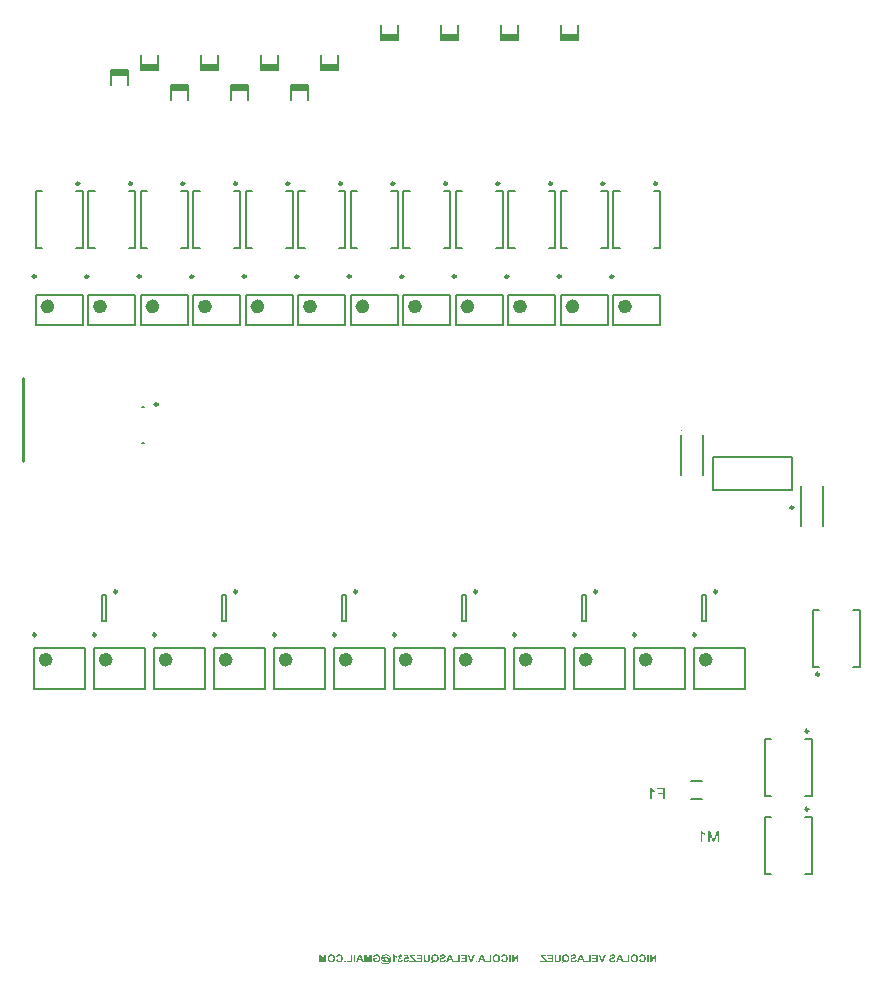
<source format=gbo>
G04 Layer_Color=32896*
%FSLAX25Y25*%
%MOIN*%
G70*
G01*
G75*
%ADD48C,0.01000*%
%ADD49C,0.00984*%
%ADD50C,0.02362*%
%ADD51C,0.00787*%
%ADD84C,0.00394*%
%ADD85R,0.05709X0.02165*%
G36*
X310331Y132605D02*
X310431Y132594D01*
X310524Y132575D01*
X310613Y132553D01*
X310694Y132527D01*
X310768Y132498D01*
X310835Y132464D01*
X310897Y132435D01*
X310953Y132401D01*
X311001Y132368D01*
X311042Y132338D01*
X311075Y132313D01*
X311105Y132290D01*
X311123Y132272D01*
X311134Y132261D01*
X311138Y132257D01*
X311197Y132190D01*
X311249Y132116D01*
X311293Y132039D01*
X311330Y131957D01*
X311364Y131876D01*
X311390Y131795D01*
X311412Y131717D01*
X311430Y131639D01*
X311441Y131565D01*
X311453Y131499D01*
X311460Y131436D01*
X311467Y131384D01*
Y131339D01*
X311471Y131310D01*
Y131288D01*
Y131280D01*
X311467Y131166D01*
X311456Y131058D01*
X311441Y130955D01*
X311419Y130858D01*
X311393Y130773D01*
X311364Y130692D01*
X311334Y130618D01*
X311304Y130551D01*
X311275Y130496D01*
X311242Y130444D01*
X311216Y130400D01*
X311190Y130363D01*
X311168Y130337D01*
X311153Y130315D01*
X311142Y130303D01*
X311138Y130300D01*
X311071Y130237D01*
X311001Y130185D01*
X310927Y130137D01*
X310853Y130100D01*
X310775Y130067D01*
X310698Y130037D01*
X310624Y130015D01*
X310550Y129996D01*
X310483Y129982D01*
X310417Y129970D01*
X310361Y129963D01*
X310309Y129959D01*
X310268Y129956D01*
X310239Y129952D01*
X310213D01*
X310102Y129956D01*
X309998Y129970D01*
X309902Y129985D01*
X309821Y130007D01*
X309784Y130015D01*
X309754Y130026D01*
X309725Y130033D01*
X309702Y130044D01*
X309684Y130048D01*
X309669Y130055D01*
X309662Y130059D01*
X309658D01*
X309602Y130022D01*
X309551Y129989D01*
X309506Y129959D01*
X309469Y129937D01*
X309436Y129915D01*
X309406Y129896D01*
X309384Y129882D01*
X309366Y129870D01*
X309351Y129859D01*
X309336Y129852D01*
X309321Y129841D01*
X309314Y129837D01*
X309232Y129797D01*
X309192Y129778D01*
X309158Y129763D01*
X309129Y129752D01*
X309103Y129745D01*
X309088Y129737D01*
X309085D01*
X308892Y130107D01*
X308974Y130141D01*
X309051Y130174D01*
X309121Y130211D01*
X309184Y130244D01*
X309236Y130274D01*
X309273Y130300D01*
X309288Y130307D01*
X309299Y130315D01*
X309303Y130322D01*
X309307D01*
X309255Y130388D01*
X309207Y130455D01*
X309170Y130522D01*
X309140Y130577D01*
X309114Y130625D01*
X309099Y130662D01*
X309092Y130677D01*
X309088Y130688D01*
X309085Y130692D01*
Y130696D01*
X309051Y130792D01*
X309029Y130892D01*
X309011Y130992D01*
X308999Y131084D01*
X308996Y131125D01*
X308992Y131162D01*
Y131195D01*
X308988Y131225D01*
Y131247D01*
Y131265D01*
Y131277D01*
Y131280D01*
X308992Y131395D01*
X309003Y131502D01*
X309018Y131606D01*
X309040Y131698D01*
X309066Y131787D01*
X309096Y131865D01*
X309125Y131939D01*
X309155Y132005D01*
X309188Y132065D01*
X309218Y132113D01*
X309247Y132157D01*
X309273Y132194D01*
X309295Y132220D01*
X309310Y132242D01*
X309321Y132253D01*
X309325Y132257D01*
X309392Y132320D01*
X309458Y132372D01*
X309532Y132420D01*
X309606Y132460D01*
X309680Y132494D01*
X309758Y132523D01*
X309832Y132546D01*
X309902Y132564D01*
X309969Y132579D01*
X310028Y132590D01*
X310087Y132597D01*
X310132Y132605D01*
X310172D01*
X310202Y132608D01*
X310228D01*
X310331Y132605D01*
D02*
G37*
G36*
X312966D02*
X313062Y132594D01*
X313147Y132579D01*
X313221Y132564D01*
X313254Y132553D01*
X313284Y132546D01*
X313306Y132538D01*
X313328Y132531D01*
X313343Y132523D01*
X313354Y132520D01*
X313362Y132516D01*
X313365D01*
X313439Y132479D01*
X313502Y132438D01*
X313558Y132394D01*
X313602Y132353D01*
X313639Y132316D01*
X313661Y132287D01*
X313680Y132264D01*
X313684Y132261D01*
Y132257D01*
X313721Y132194D01*
X313747Y132127D01*
X313765Y132065D01*
X313776Y132009D01*
X313784Y131961D01*
X313791Y131924D01*
Y131909D01*
Y131898D01*
Y131894D01*
Y131891D01*
X313787Y131835D01*
X313780Y131780D01*
X313769Y131732D01*
X313754Y131684D01*
X313717Y131595D01*
X313672Y131517D01*
X313654Y131484D01*
X313632Y131458D01*
X313613Y131432D01*
X313595Y131410D01*
X313580Y131395D01*
X313569Y131384D01*
X313562Y131376D01*
X313558Y131373D01*
X313525Y131347D01*
X313484Y131321D01*
X313443Y131295D01*
X313395Y131273D01*
X313302Y131228D01*
X313206Y131191D01*
X313158Y131177D01*
X313118Y131162D01*
X313077Y131151D01*
X313043Y131140D01*
X313018Y131132D01*
X312995Y131125D01*
X312981Y131121D01*
X312977D01*
X312918Y131106D01*
X312866Y131091D01*
X312818Y131080D01*
X312773Y131069D01*
X312736Y131058D01*
X312703Y131051D01*
X312673Y131040D01*
X312648Y131032D01*
X312625Y131029D01*
X312607Y131021D01*
X312581Y131014D01*
X312566Y131006D01*
X312562D01*
X312514Y130988D01*
X312477Y130969D01*
X312444Y130951D01*
X312418Y130932D01*
X312400Y130918D01*
X312389Y130906D01*
X312381Y130899D01*
X312378Y130895D01*
X312359Y130869D01*
X312344Y130844D01*
X312337Y130818D01*
X312329Y130796D01*
X312326Y130773D01*
X312322Y130755D01*
Y130744D01*
Y130740D01*
X312326Y130688D01*
X312340Y130644D01*
X312363Y130599D01*
X312385Y130562D01*
X312411Y130533D01*
X312429Y130511D01*
X312444Y130496D01*
X312452Y130492D01*
X312503Y130459D01*
X312562Y130433D01*
X312625Y130414D01*
X312685Y130403D01*
X312740Y130396D01*
X312785Y130388D01*
X312825D01*
X312910Y130392D01*
X312984Y130407D01*
X313047Y130426D01*
X313103Y130448D01*
X313147Y130470D01*
X313177Y130488D01*
X313195Y130503D01*
X313203Y130507D01*
X313251Y130559D01*
X313288Y130614D01*
X313321Y130677D01*
X313343Y130740D01*
X313362Y130796D01*
X313376Y130840D01*
X313380Y130855D01*
Y130869D01*
X313384Y130877D01*
Y130881D01*
X313887Y130833D01*
X313876Y130755D01*
X313861Y130681D01*
X313839Y130611D01*
X313821Y130548D01*
X313795Y130488D01*
X313769Y130433D01*
X313743Y130385D01*
X313717Y130340D01*
X313691Y130303D01*
X313665Y130270D01*
X313643Y130240D01*
X313621Y130215D01*
X313606Y130196D01*
X313591Y130185D01*
X313584Y130178D01*
X313580Y130174D01*
X313528Y130133D01*
X313473Y130100D01*
X313414Y130070D01*
X313351Y130044D01*
X313291Y130026D01*
X313229Y130007D01*
X313106Y129982D01*
X313051Y129970D01*
X312999Y129963D01*
X312955Y129959D01*
X312914Y129956D01*
X312881Y129952D01*
X312833D01*
X312714Y129956D01*
X312607Y129967D01*
X312511Y129982D01*
X312470Y129989D01*
X312429Y130000D01*
X312396Y130007D01*
X312366Y130015D01*
X312340Y130022D01*
X312318Y130030D01*
X312300Y130037D01*
X312289Y130041D01*
X312281Y130044D01*
X312278D01*
X312196Y130085D01*
X312130Y130130D01*
X312067Y130174D01*
X312019Y130222D01*
X311982Y130263D01*
X311952Y130300D01*
X311937Y130322D01*
X311930Y130326D01*
Y130329D01*
X311889Y130403D01*
X311856Y130474D01*
X311834Y130544D01*
X311819Y130611D01*
X311811Y130662D01*
X311808Y130688D01*
X311804Y130707D01*
Y130721D01*
Y130733D01*
Y130740D01*
Y130744D01*
X311808Y130833D01*
X311819Y130910D01*
X311837Y130981D01*
X311856Y131040D01*
X311874Y131088D01*
X311893Y131121D01*
X311904Y131143D01*
X311908Y131151D01*
X311948Y131210D01*
X311996Y131262D01*
X312045Y131306D01*
X312089Y131343D01*
X312130Y131373D01*
X312163Y131395D01*
X312185Y131410D01*
X312189Y131413D01*
X312193D01*
X312229Y131432D01*
X312266Y131450D01*
X312355Y131484D01*
X312448Y131513D01*
X312537Y131543D01*
X312577Y131554D01*
X312618Y131565D01*
X312655Y131576D01*
X312685Y131584D01*
X312710Y131591D01*
X312729Y131595D01*
X312744Y131598D01*
X312748D01*
X312814Y131617D01*
X312873Y131632D01*
X312929Y131647D01*
X312981Y131661D01*
X313021Y131676D01*
X313062Y131691D01*
X313095Y131706D01*
X313125Y131717D01*
X313151Y131728D01*
X313169Y131739D01*
X313188Y131746D01*
X313199Y131754D01*
X313217Y131765D01*
X313221Y131769D01*
X313247Y131795D01*
X313265Y131820D01*
X313277Y131846D01*
X313284Y131872D01*
X313291Y131891D01*
X313295Y131909D01*
Y131920D01*
Y131924D01*
X313291Y131961D01*
X313284Y131991D01*
X313269Y132020D01*
X313254Y132042D01*
X313240Y132061D01*
X313225Y132072D01*
X313217Y132079D01*
X313214Y132083D01*
X313162Y132116D01*
X313106Y132139D01*
X313047Y132157D01*
X312992Y132168D01*
X312944Y132176D01*
X312903Y132179D01*
X312866D01*
X312788Y132176D01*
X312722Y132165D01*
X312666Y132150D01*
X312622Y132135D01*
X312585Y132120D01*
X312559Y132105D01*
X312544Y132094D01*
X312540Y132090D01*
X312503Y132053D01*
X312470Y132009D01*
X312444Y131965D01*
X312426Y131917D01*
X312411Y131876D01*
X312403Y131843D01*
X312396Y131817D01*
Y131813D01*
Y131809D01*
X311878Y131828D01*
X311882Y131894D01*
X311893Y131954D01*
X311908Y132013D01*
X311926Y132065D01*
X311945Y132116D01*
X311967Y132165D01*
X311989Y132205D01*
X312011Y132246D01*
X312037Y132279D01*
X312059Y132309D01*
X312082Y132335D01*
X312100Y132357D01*
X312115Y132372D01*
X312126Y132383D01*
X312133Y132390D01*
X312137Y132394D01*
X312185Y132431D01*
X312237Y132464D01*
X312292Y132494D01*
X312352Y132520D01*
X312411Y132538D01*
X312470Y132557D01*
X312588Y132583D01*
X312644Y132590D01*
X312692Y132597D01*
X312740Y132601D01*
X312781Y132605D01*
X312814Y132608D01*
X312859D01*
X312966Y132605D01*
D02*
G37*
G36*
X330822D02*
X330929Y132594D01*
X331022Y132575D01*
X331103Y132557D01*
X331136Y132546D01*
X331170Y132538D01*
X331196Y132531D01*
X331218Y132520D01*
X331236Y132516D01*
X331251Y132509D01*
X331259Y132505D01*
X331262D01*
X331329Y132475D01*
X331392Y132438D01*
X331447Y132398D01*
X331495Y132361D01*
X331536Y132327D01*
X331569Y132298D01*
X331588Y132279D01*
X331592Y132275D01*
X331595Y132272D01*
X331647Y132213D01*
X331695Y132150D01*
X331736Y132094D01*
X331769Y132039D01*
X331795Y131991D01*
X331817Y131954D01*
X331821Y131939D01*
X331828Y131928D01*
X331832Y131924D01*
Y131920D01*
X331869Y131817D01*
X331899Y131706D01*
X331917Y131595D01*
X331932Y131491D01*
X331936Y131443D01*
X331939Y131399D01*
X331943Y131362D01*
Y131328D01*
X331947Y131299D01*
Y131280D01*
Y131265D01*
Y131262D01*
X331943Y131151D01*
X331932Y131043D01*
X331917Y130944D01*
X331895Y130851D01*
X331869Y130766D01*
X331839Y130688D01*
X331810Y130614D01*
X331777Y130551D01*
X331747Y130492D01*
X331717Y130444D01*
X331688Y130400D01*
X331662Y130363D01*
X331640Y130337D01*
X331625Y130315D01*
X331614Y130303D01*
X331610Y130300D01*
X331543Y130237D01*
X331473Y130185D01*
X331403Y130137D01*
X331325Y130100D01*
X331251Y130067D01*
X331173Y130037D01*
X331103Y130015D01*
X331029Y129996D01*
X330963Y129982D01*
X330900Y129970D01*
X330844Y129963D01*
X330796Y129959D01*
X330759Y129956D01*
X330730Y129952D01*
X330704D01*
X330600Y129956D01*
X330504Y129967D01*
X330411Y129985D01*
X330326Y130007D01*
X330245Y130033D01*
X330171Y130063D01*
X330104Y130093D01*
X330041Y130126D01*
X329990Y130159D01*
X329941Y130189D01*
X329901Y130218D01*
X329867Y130244D01*
X329838Y130266D01*
X329819Y130285D01*
X329808Y130296D01*
X329804Y130300D01*
X329745Y130370D01*
X329694Y130444D01*
X329645Y130522D01*
X329608Y130599D01*
X329575Y130681D01*
X329545Y130762D01*
X329523Y130844D01*
X329505Y130921D01*
X329494Y130992D01*
X329483Y131062D01*
X329475Y131121D01*
X329468Y131173D01*
Y131217D01*
X329464Y131251D01*
Y131269D01*
Y131277D01*
X329468Y131391D01*
X329479Y131499D01*
X329494Y131598D01*
X329516Y131695D01*
X329542Y131780D01*
X329571Y131861D01*
X329601Y131935D01*
X329634Y131998D01*
X329668Y132057D01*
X329697Y132109D01*
X329727Y132153D01*
X329753Y132190D01*
X329771Y132216D01*
X329790Y132238D01*
X329801Y132250D01*
X329804Y132253D01*
X329871Y132316D01*
X329941Y132372D01*
X330015Y132420D01*
X330089Y132460D01*
X330167Y132494D01*
X330241Y132523D01*
X330315Y132546D01*
X330385Y132564D01*
X330452Y132579D01*
X330515Y132590D01*
X330570Y132597D01*
X330619Y132605D01*
X330656D01*
X330685Y132608D01*
X330711D01*
X330822Y132605D01*
D02*
G37*
G36*
X275840D02*
X275947Y132594D01*
X276040Y132575D01*
X276121Y132557D01*
X276154Y132546D01*
X276188Y132538D01*
X276214Y132531D01*
X276236Y132520D01*
X276254Y132516D01*
X276269Y132509D01*
X276277Y132505D01*
X276280D01*
X276347Y132475D01*
X276410Y132438D01*
X276465Y132398D01*
X276513Y132361D01*
X276554Y132327D01*
X276587Y132298D01*
X276606Y132279D01*
X276610Y132275D01*
X276613Y132272D01*
X276665Y132213D01*
X276713Y132150D01*
X276754Y132094D01*
X276787Y132039D01*
X276813Y131991D01*
X276835Y131954D01*
X276839Y131939D01*
X276846Y131928D01*
X276850Y131924D01*
Y131920D01*
X276887Y131817D01*
X276917Y131706D01*
X276935Y131595D01*
X276950Y131491D01*
X276954Y131443D01*
X276957Y131399D01*
X276961Y131362D01*
Y131328D01*
X276965Y131299D01*
Y131280D01*
Y131265D01*
Y131262D01*
X276961Y131151D01*
X276950Y131043D01*
X276935Y130944D01*
X276913Y130851D01*
X276887Y130766D01*
X276857Y130688D01*
X276828Y130614D01*
X276795Y130551D01*
X276765Y130492D01*
X276735Y130444D01*
X276706Y130400D01*
X276680Y130363D01*
X276658Y130337D01*
X276643Y130315D01*
X276632Y130303D01*
X276628Y130300D01*
X276561Y130237D01*
X276491Y130185D01*
X276421Y130137D01*
X276343Y130100D01*
X276269Y130067D01*
X276191Y130037D01*
X276121Y130015D01*
X276047Y129996D01*
X275981Y129982D01*
X275918Y129970D01*
X275862Y129963D01*
X275814Y129959D01*
X275777Y129956D01*
X275747Y129952D01*
X275722D01*
X275618Y129956D01*
X275522Y129967D01*
X275429Y129985D01*
X275344Y130007D01*
X275263Y130033D01*
X275189Y130063D01*
X275122Y130093D01*
X275059Y130126D01*
X275008Y130159D01*
X274959Y130189D01*
X274919Y130218D01*
X274885Y130244D01*
X274856Y130266D01*
X274837Y130285D01*
X274826Y130296D01*
X274822Y130300D01*
X274763Y130370D01*
X274711Y130444D01*
X274663Y130522D01*
X274626Y130599D01*
X274593Y130681D01*
X274564Y130762D01*
X274541Y130844D01*
X274523Y130921D01*
X274512Y130992D01*
X274501Y131062D01*
X274493Y131121D01*
X274486Y131173D01*
Y131217D01*
X274482Y131251D01*
Y131269D01*
Y131277D01*
X274486Y131391D01*
X274497Y131499D01*
X274512Y131598D01*
X274534Y131695D01*
X274560Y131780D01*
X274589Y131861D01*
X274619Y131935D01*
X274652Y131998D01*
X274686Y132057D01*
X274715Y132109D01*
X274745Y132153D01*
X274771Y132190D01*
X274789Y132216D01*
X274808Y132238D01*
X274819Y132250D01*
X274822Y132253D01*
X274889Y132316D01*
X274959Y132372D01*
X275033Y132420D01*
X275107Y132460D01*
X275185Y132494D01*
X275259Y132523D01*
X275333Y132546D01*
X275403Y132564D01*
X275470Y132579D01*
X275533Y132590D01*
X275588Y132597D01*
X275637Y132605D01*
X275674D01*
X275703Y132608D01*
X275729D01*
X275840Y132605D01*
D02*
G37*
G36*
X366251Y130000D02*
X365692D01*
X364782Y132560D01*
X365334D01*
X365959Y130666D01*
X366610Y132560D01*
X367169D01*
X366251Y130000D01*
D02*
G37*
G36*
X384000D02*
X383523D01*
Y131687D01*
X382483Y130000D01*
X381965D01*
Y132560D01*
X382442D01*
Y130836D01*
X383501Y132560D01*
X384000D01*
Y130000D01*
D02*
G37*
G36*
X293915Y132605D02*
X294007Y132601D01*
X294096Y132590D01*
X294185Y132575D01*
X294262Y132560D01*
X294340Y132542D01*
X294410Y132520D01*
X294477Y132501D01*
X294536Y132483D01*
X294588Y132460D01*
X294632Y132442D01*
X294673Y132427D01*
X294703Y132412D01*
X294725Y132405D01*
X294740Y132398D01*
X294743Y132394D01*
X294817Y132353D01*
X294888Y132305D01*
X294951Y132257D01*
X295013Y132205D01*
X295069Y132153D01*
X295121Y132102D01*
X295169Y132046D01*
X295213Y131998D01*
X295250Y131950D01*
X295284Y131902D01*
X295313Y131861D01*
X295335Y131828D01*
X295354Y131798D01*
X295369Y131776D01*
X295376Y131761D01*
X295380Y131757D01*
X295420Y131676D01*
X295454Y131595D01*
X295487Y131513D01*
X295513Y131436D01*
X295535Y131358D01*
X295554Y131280D01*
X295568Y131206D01*
X295580Y131140D01*
X295591Y131077D01*
X295598Y131017D01*
X295602Y130966D01*
X295605Y130925D01*
X295609Y130888D01*
Y130862D01*
Y130847D01*
Y130840D01*
X295605Y130759D01*
X295602Y130677D01*
X295576Y130522D01*
X295561Y130448D01*
X295546Y130381D01*
X295528Y130318D01*
X295505Y130259D01*
X295487Y130203D01*
X295468Y130155D01*
X295454Y130115D01*
X295439Y130078D01*
X295424Y130048D01*
X295413Y130030D01*
X295409Y130015D01*
X295406Y130011D01*
X295365Y129941D01*
X295321Y129878D01*
X295272Y129819D01*
X295224Y129763D01*
X295173Y129711D01*
X295121Y129663D01*
X295069Y129623D01*
X295017Y129582D01*
X294973Y129549D01*
X294928Y129519D01*
X294888Y129493D01*
X294851Y129475D01*
X294825Y129460D01*
X294802Y129449D01*
X294788Y129441D01*
X294784Y129438D01*
X294703Y129404D01*
X294621Y129375D01*
X294536Y129345D01*
X294451Y129323D01*
X294281Y129290D01*
X294203Y129275D01*
X294125Y129267D01*
X294055Y129256D01*
X293988Y129253D01*
X293933Y129249D01*
X293881Y129245D01*
X293841Y129242D01*
X293785D01*
X293674Y129245D01*
X293570Y129253D01*
X293471Y129264D01*
X293374Y129279D01*
X293285Y129297D01*
X293204Y129315D01*
X293126Y129338D01*
X293056Y129360D01*
X292993Y129378D01*
X292938Y129401D01*
X292890Y129419D01*
X292849Y129438D01*
X292816Y129452D01*
X292793Y129464D01*
X292779Y129471D01*
X292775Y129475D01*
X292708Y129515D01*
X292649Y129556D01*
X292594Y129600D01*
X292538Y129648D01*
X292490Y129693D01*
X292446Y129741D01*
X292409Y129785D01*
X292372Y129830D01*
X292342Y129870D01*
X292312Y129911D01*
X292290Y129945D01*
X292272Y129974D01*
X292257Y130000D01*
X292246Y130018D01*
X292242Y130030D01*
X292238Y130033D01*
X292612D01*
X292686Y129952D01*
X292768Y129882D01*
X292845Y129819D01*
X292923Y129771D01*
X292993Y129730D01*
X293023Y129715D01*
X293049Y129704D01*
X293067Y129693D01*
X293082Y129689D01*
X293093Y129682D01*
X293097D01*
X293215Y129641D01*
X293334Y129615D01*
X293456Y129593D01*
X293567Y129578D01*
X293618Y129575D01*
X293667Y129571D01*
X293707Y129567D01*
X293744D01*
X293774Y129563D01*
X293815D01*
X293970Y129571D01*
X294118Y129586D01*
X294185Y129597D01*
X294248Y129608D01*
X294307Y129619D01*
X294362Y129634D01*
X294410Y129648D01*
X294455Y129660D01*
X294492Y129671D01*
X294525Y129682D01*
X294551Y129693D01*
X294569Y129697D01*
X294581Y129704D01*
X294584D01*
X294647Y129734D01*
X294703Y129763D01*
X294758Y129797D01*
X294806Y129833D01*
X294854Y129867D01*
X294899Y129904D01*
X294936Y129941D01*
X294973Y129978D01*
X295002Y130011D01*
X295028Y130041D01*
X295054Y130070D01*
X295073Y130096D01*
X295087Y130115D01*
X295098Y130130D01*
X295102Y130141D01*
X295106Y130144D01*
X295139Y130203D01*
X295165Y130259D01*
X295191Y130318D01*
X295213Y130377D01*
X295247Y130488D01*
X295269Y130592D01*
X295276Y130640D01*
X295280Y130681D01*
X295284Y130721D01*
X295287Y130751D01*
X295291Y130777D01*
Y130799D01*
Y130810D01*
Y130814D01*
X295287Y130884D01*
X295284Y130955D01*
X295265Y131088D01*
X295239Y131214D01*
X295224Y131269D01*
X295206Y131325D01*
X295191Y131373D01*
X295176Y131417D01*
X295161Y131454D01*
X295150Y131487D01*
X295139Y131513D01*
X295132Y131532D01*
X295124Y131543D01*
Y131547D01*
X295091Y131609D01*
X295054Y131672D01*
X295017Y131728D01*
X294976Y131780D01*
X294936Y131828D01*
X294895Y131872D01*
X294854Y131913D01*
X294814Y131950D01*
X294777Y131983D01*
X294743Y132013D01*
X294710Y132035D01*
X294684Y132053D01*
X294658Y132072D01*
X294643Y132083D01*
X294632Y132087D01*
X294629Y132090D01*
X294566Y132124D01*
X294499Y132157D01*
X294432Y132183D01*
X294366Y132205D01*
X294229Y132238D01*
X294166Y132253D01*
X294103Y132261D01*
X294044Y132272D01*
X293992Y132275D01*
X293944Y132279D01*
X293903Y132283D01*
X293870Y132287D01*
X293826D01*
X293726Y132283D01*
X293630Y132275D01*
X293541Y132261D01*
X293456Y132242D01*
X293378Y132220D01*
X293308Y132194D01*
X293241Y132168D01*
X293186Y132142D01*
X293134Y132113D01*
X293086Y132087D01*
X293049Y132061D01*
X293015Y132039D01*
X292993Y132020D01*
X292975Y132005D01*
X292964Y131998D01*
X292960Y131994D01*
X292904Y131939D01*
X292856Y131880D01*
X292816Y131820D01*
X292779Y131761D01*
X292749Y131698D01*
X292723Y131639D01*
X292701Y131584D01*
X292686Y131528D01*
X292671Y131476D01*
X292660Y131428D01*
X292656Y131384D01*
X292649Y131347D01*
Y131317D01*
X292645Y131295D01*
Y131280D01*
Y131277D01*
X292649Y131188D01*
X292664Y131103D01*
X292679Y131025D01*
X292701Y130955D01*
X292719Y130895D01*
X292730Y130869D01*
X292738Y130851D01*
X292745Y130833D01*
X292753Y130821D01*
X292756Y130814D01*
Y130810D01*
X292801Y130733D01*
X292849Y130662D01*
X292897Y130599D01*
X292941Y130551D01*
X292982Y130511D01*
X293015Y130481D01*
X293038Y130463D01*
X293041Y130455D01*
X293045D01*
X293093Y130422D01*
X293134Y130396D01*
X293171Y130381D01*
X293204Y130366D01*
X293230Y130359D01*
X293249Y130355D01*
X293263D01*
X293282Y130359D01*
X293297Y130366D01*
X293308Y130370D01*
X293311Y130374D01*
X293322Y130392D01*
X293326Y130414D01*
X293330Y130433D01*
Y130440D01*
Y130459D01*
X293326Y130481D01*
X293319Y130533D01*
X293315Y130555D01*
X293311Y130577D01*
X293308Y130592D01*
Y130596D01*
X293041Y131850D01*
X293508D01*
X293548Y131654D01*
X293578Y131695D01*
X293611Y131732D01*
X293644Y131765D01*
X293681Y131795D01*
X293718Y131817D01*
X293759Y131835D01*
X293833Y131865D01*
X293900Y131883D01*
X293929Y131887D01*
X293955Y131891D01*
X293977Y131894D01*
X294007D01*
X294088Y131891D01*
X294162Y131876D01*
X294236Y131857D01*
X294303Y131832D01*
X294366Y131798D01*
X294425Y131765D01*
X294477Y131724D01*
X294529Y131687D01*
X294573Y131650D01*
X294610Y131609D01*
X294643Y131576D01*
X294669Y131547D01*
X294691Y131517D01*
X294710Y131499D01*
X294717Y131484D01*
X294721Y131480D01*
X294762Y131417D01*
X294795Y131351D01*
X294828Y131284D01*
X294854Y131221D01*
X294877Y131154D01*
X294895Y131091D01*
X294910Y131032D01*
X294921Y130977D01*
X294932Y130925D01*
X294939Y130877D01*
X294943Y130836D01*
X294947Y130799D01*
X294951Y130770D01*
Y130747D01*
Y130733D01*
Y130729D01*
X294947Y130670D01*
X294943Y130611D01*
X294921Y130507D01*
X294891Y130418D01*
X294873Y130377D01*
X294854Y130340D01*
X294840Y130307D01*
X294821Y130281D01*
X294806Y130255D01*
X294791Y130237D01*
X294780Y130222D01*
X294769Y130211D01*
X294765Y130203D01*
X294762Y130200D01*
X294725Y130166D01*
X294684Y130133D01*
X294647Y130107D01*
X294606Y130085D01*
X294525Y130048D01*
X294447Y130026D01*
X294381Y130011D01*
X294355Y130007D01*
X294329Y130004D01*
X294310Y130000D01*
X294281D01*
X294233Y130004D01*
X294185Y130007D01*
X294096Y130030D01*
X294014Y130063D01*
X293944Y130100D01*
X293885Y130133D01*
X293863Y130152D01*
X293844Y130166D01*
X293829Y130178D01*
X293818Y130189D01*
X293811Y130192D01*
X293807Y130196D01*
X293796Y130163D01*
X293781Y130133D01*
X293766Y130107D01*
X293748Y130085D01*
X293733Y130070D01*
X293722Y130059D01*
X293715Y130052D01*
X293711Y130048D01*
X293681Y130033D01*
X293644Y130022D01*
X293570Y130007D01*
X293541Y130004D01*
X293515Y130000D01*
X293489D01*
X293389Y130004D01*
X293297Y130018D01*
X293208Y130041D01*
X293126Y130070D01*
X293049Y130104D01*
X292975Y130144D01*
X292908Y130185D01*
X292849Y130226D01*
X292793Y130266D01*
X292745Y130307D01*
X292705Y130348D01*
X292671Y130381D01*
X292645Y130411D01*
X292623Y130433D01*
X292612Y130448D01*
X292608Y130451D01*
X292560Y130522D01*
X292516Y130592D01*
X292479Y130662D01*
X292449Y130729D01*
X292420Y130799D01*
X292397Y130866D01*
X292379Y130929D01*
X292364Y130992D01*
X292353Y131047D01*
X292346Y131099D01*
X292338Y131143D01*
X292335Y131184D01*
X292331Y131214D01*
Y131239D01*
Y131254D01*
Y131258D01*
X292335Y131328D01*
X292338Y131395D01*
X292360Y131524D01*
X292386Y131639D01*
X292405Y131695D01*
X292420Y131743D01*
X292438Y131787D01*
X292453Y131828D01*
X292472Y131861D01*
X292483Y131891D01*
X292494Y131917D01*
X292505Y131931D01*
X292509Y131942D01*
X292512Y131946D01*
X292549Y132005D01*
X292586Y132057D01*
X292671Y132157D01*
X292756Y132242D01*
X292801Y132275D01*
X292842Y132309D01*
X292882Y132338D01*
X292919Y132364D01*
X292952Y132387D01*
X292982Y132405D01*
X293004Y132416D01*
X293023Y132427D01*
X293034Y132431D01*
X293038Y132435D01*
X293101Y132464D01*
X293167Y132494D01*
X293304Y132535D01*
X293433Y132568D01*
X293496Y132579D01*
X293556Y132586D01*
X293611Y132594D01*
X293659Y132601D01*
X293707Y132605D01*
X293744D01*
X293774Y132608D01*
X293818D01*
X293915Y132605D01*
D02*
G37*
G36*
X303682Y132127D02*
X302487D01*
X303838Y130466D01*
Y130000D01*
X301755D01*
Y130433D01*
X303213D01*
X301810Y132157D01*
Y132560D01*
X303682D01*
Y132127D01*
D02*
G37*
G36*
X305999Y130000D02*
X304052D01*
Y130433D01*
X305481D01*
Y131129D01*
X304197D01*
Y131561D01*
X305481D01*
Y132127D01*
X304101D01*
Y132560D01*
X305999D01*
Y130000D01*
D02*
G37*
G36*
X316596D02*
X316048D01*
X315837Y130581D01*
X314808D01*
X314586Y130000D01*
X314028D01*
X315056Y132560D01*
X315604D01*
X316596Y130000D01*
D02*
G37*
G36*
X286463D02*
X285915D01*
X285704Y130581D01*
X284676D01*
X284454Y130000D01*
X283895D01*
X284924Y132560D01*
X285471D01*
X286463Y130000D01*
D02*
G37*
G36*
X280443D02*
X279951D01*
Y130492D01*
X280443D01*
Y130000D01*
D02*
G37*
G36*
X282611D02*
X280805D01*
Y130433D01*
X282093D01*
Y132542D01*
X282611D01*
Y130000D01*
D02*
G37*
G36*
X283636D02*
X283118D01*
Y132560D01*
X283636D01*
Y130000D01*
D02*
G37*
G36*
X347296Y132127D02*
X346101D01*
X347451Y130466D01*
Y130000D01*
X345368D01*
Y130433D01*
X346826D01*
X345424Y132157D01*
Y132560D01*
X347296D01*
Y132127D01*
D02*
G37*
G36*
X349612Y130000D02*
X347666D01*
Y130433D01*
X349094D01*
Y131129D01*
X347810D01*
Y131561D01*
X349094D01*
Y132127D01*
X347714D01*
Y132560D01*
X349612D01*
Y130000D01*
D02*
G37*
G36*
X360209D02*
X359661D01*
X359451Y130581D01*
X358422D01*
X358200Y130000D01*
X357641D01*
X358670Y132560D01*
X359217D01*
X360209Y130000D01*
D02*
G37*
G36*
X376822Y132605D02*
X376929Y132594D01*
X377022Y132575D01*
X377103Y132557D01*
X377136Y132546D01*
X377170Y132538D01*
X377196Y132531D01*
X377218Y132520D01*
X377236Y132516D01*
X377251Y132509D01*
X377259Y132505D01*
X377262D01*
X377329Y132475D01*
X377392Y132438D01*
X377447Y132398D01*
X377495Y132361D01*
X377536Y132327D01*
X377569Y132298D01*
X377588Y132279D01*
X377592Y132275D01*
X377595Y132272D01*
X377647Y132213D01*
X377695Y132150D01*
X377736Y132094D01*
X377769Y132039D01*
X377795Y131991D01*
X377817Y131954D01*
X377821Y131939D01*
X377828Y131928D01*
X377832Y131924D01*
Y131920D01*
X377869Y131817D01*
X377899Y131706D01*
X377917Y131595D01*
X377932Y131491D01*
X377936Y131443D01*
X377939Y131399D01*
X377943Y131362D01*
Y131328D01*
X377947Y131299D01*
Y131280D01*
Y131265D01*
Y131262D01*
X377943Y131151D01*
X377932Y131043D01*
X377917Y130944D01*
X377895Y130851D01*
X377869Y130766D01*
X377839Y130688D01*
X377810Y130614D01*
X377777Y130551D01*
X377747Y130492D01*
X377717Y130444D01*
X377688Y130400D01*
X377662Y130363D01*
X377640Y130337D01*
X377625Y130315D01*
X377614Y130303D01*
X377610Y130300D01*
X377543Y130237D01*
X377473Y130185D01*
X377403Y130137D01*
X377325Y130100D01*
X377251Y130067D01*
X377173Y130037D01*
X377103Y130015D01*
X377029Y129996D01*
X376963Y129982D01*
X376900Y129970D01*
X376844Y129963D01*
X376796Y129959D01*
X376759Y129956D01*
X376729Y129952D01*
X376704D01*
X376600Y129956D01*
X376504Y129967D01*
X376411Y129985D01*
X376326Y130007D01*
X376245Y130033D01*
X376171Y130063D01*
X376104Y130093D01*
X376041Y130126D01*
X375990Y130159D01*
X375941Y130189D01*
X375901Y130218D01*
X375867Y130244D01*
X375838Y130266D01*
X375819Y130285D01*
X375808Y130296D01*
X375804Y130300D01*
X375745Y130370D01*
X375693Y130444D01*
X375645Y130522D01*
X375608Y130599D01*
X375575Y130681D01*
X375546Y130762D01*
X375523Y130844D01*
X375505Y130921D01*
X375494Y130992D01*
X375483Y131062D01*
X375475Y131121D01*
X375468Y131173D01*
Y131217D01*
X375464Y131251D01*
Y131269D01*
Y131277D01*
X375468Y131391D01*
X375479Y131499D01*
X375494Y131598D01*
X375516Y131695D01*
X375542Y131780D01*
X375571Y131861D01*
X375601Y131935D01*
X375634Y131998D01*
X375668Y132057D01*
X375697Y132109D01*
X375727Y132153D01*
X375753Y132190D01*
X375771Y132216D01*
X375790Y132238D01*
X375801Y132250D01*
X375804Y132253D01*
X375871Y132316D01*
X375941Y132372D01*
X376015Y132420D01*
X376089Y132460D01*
X376167Y132494D01*
X376241Y132523D01*
X376315Y132546D01*
X376385Y132564D01*
X376452Y132579D01*
X376515Y132590D01*
X376570Y132597D01*
X376619Y132605D01*
X376656D01*
X376685Y132608D01*
X376711D01*
X376822Y132605D01*
D02*
G37*
G36*
X353945D02*
X354045Y132594D01*
X354137Y132575D01*
X354226Y132553D01*
X354308Y132527D01*
X354381Y132498D01*
X354448Y132464D01*
X354511Y132435D01*
X354567Y132401D01*
X354615Y132368D01*
X354655Y132338D01*
X354689Y132313D01*
X354718Y132290D01*
X354737Y132272D01*
X354748Y132261D01*
X354751Y132257D01*
X354811Y132190D01*
X354862Y132116D01*
X354907Y132039D01*
X354944Y131957D01*
X354977Y131876D01*
X355003Y131795D01*
X355025Y131717D01*
X355044Y131639D01*
X355055Y131565D01*
X355066Y131499D01*
X355073Y131436D01*
X355081Y131384D01*
Y131339D01*
X355084Y131310D01*
Y131288D01*
Y131280D01*
X355081Y131166D01*
X355070Y131058D01*
X355055Y130955D01*
X355033Y130858D01*
X355007Y130773D01*
X354977Y130692D01*
X354948Y130618D01*
X354918Y130551D01*
X354888Y130496D01*
X354855Y130444D01*
X354829Y130400D01*
X354803Y130363D01*
X354781Y130337D01*
X354766Y130315D01*
X354755Y130303D01*
X354751Y130300D01*
X354685Y130237D01*
X354615Y130185D01*
X354541Y130137D01*
X354467Y130100D01*
X354389Y130067D01*
X354311Y130037D01*
X354237Y130015D01*
X354163Y129996D01*
X354097Y129982D01*
X354030Y129970D01*
X353975Y129963D01*
X353923Y129959D01*
X353882Y129956D01*
X353852Y129952D01*
X353826D01*
X353715Y129956D01*
X353612Y129970D01*
X353516Y129985D01*
X353434Y130007D01*
X353397Y130015D01*
X353368Y130026D01*
X353338Y130033D01*
X353316Y130044D01*
X353297Y130048D01*
X353283Y130055D01*
X353275Y130059D01*
X353272D01*
X353216Y130022D01*
X353164Y129989D01*
X353120Y129959D01*
X353083Y129937D01*
X353049Y129915D01*
X353020Y129896D01*
X352998Y129882D01*
X352979Y129870D01*
X352964Y129859D01*
X352950Y129852D01*
X352935Y129841D01*
X352927Y129837D01*
X352846Y129797D01*
X352805Y129778D01*
X352772Y129763D01*
X352742Y129752D01*
X352716Y129745D01*
X352702Y129737D01*
X352698D01*
X352506Y130107D01*
X352587Y130141D01*
X352665Y130174D01*
X352735Y130211D01*
X352798Y130244D01*
X352850Y130274D01*
X352887Y130300D01*
X352902Y130307D01*
X352913Y130315D01*
X352916Y130322D01*
X352920D01*
X352868Y130388D01*
X352820Y130455D01*
X352783Y130522D01*
X352753Y130577D01*
X352728Y130625D01*
X352713Y130662D01*
X352705Y130677D01*
X352702Y130688D01*
X352698Y130692D01*
Y130696D01*
X352665Y130792D01*
X352642Y130892D01*
X352624Y130992D01*
X352613Y131084D01*
X352609Y131125D01*
X352606Y131162D01*
Y131195D01*
X352602Y131225D01*
Y131247D01*
Y131265D01*
Y131277D01*
Y131280D01*
X352606Y131395D01*
X352617Y131502D01*
X352631Y131606D01*
X352654Y131698D01*
X352679Y131787D01*
X352709Y131865D01*
X352739Y131939D01*
X352768Y132005D01*
X352802Y132065D01*
X352831Y132113D01*
X352861Y132157D01*
X352887Y132194D01*
X352909Y132220D01*
X352924Y132242D01*
X352935Y132253D01*
X352939Y132257D01*
X353005Y132320D01*
X353072Y132372D01*
X353146Y132420D01*
X353220Y132460D01*
X353294Y132494D01*
X353371Y132523D01*
X353445Y132546D01*
X353516Y132564D01*
X353582Y132579D01*
X353642Y132590D01*
X353701Y132597D01*
X353745Y132605D01*
X353786D01*
X353815Y132608D01*
X353841D01*
X353945Y132605D01*
D02*
G37*
G36*
X356579D02*
X356676Y132594D01*
X356761Y132579D01*
X356835Y132564D01*
X356868Y132553D01*
X356897Y132546D01*
X356920Y132538D01*
X356942Y132531D01*
X356957Y132523D01*
X356968Y132520D01*
X356975Y132516D01*
X356979D01*
X357053Y132479D01*
X357116Y132438D01*
X357171Y132394D01*
X357216Y132353D01*
X357253Y132316D01*
X357275Y132287D01*
X357293Y132264D01*
X357297Y132261D01*
Y132257D01*
X357334Y132194D01*
X357360Y132127D01*
X357379Y132065D01*
X357390Y132009D01*
X357397Y131961D01*
X357404Y131924D01*
Y131909D01*
Y131898D01*
Y131894D01*
Y131891D01*
X357401Y131835D01*
X357393Y131780D01*
X357382Y131732D01*
X357367Y131684D01*
X357330Y131595D01*
X357286Y131517D01*
X357267Y131484D01*
X357245Y131458D01*
X357227Y131432D01*
X357208Y131410D01*
X357193Y131395D01*
X357182Y131384D01*
X357175Y131376D01*
X357171Y131373D01*
X357138Y131347D01*
X357097Y131321D01*
X357057Y131295D01*
X357009Y131273D01*
X356916Y131228D01*
X356820Y131191D01*
X356772Y131177D01*
X356731Y131162D01*
X356690Y131151D01*
X356657Y131140D01*
X356631Y131132D01*
X356609Y131125D01*
X356594Y131121D01*
X356590D01*
X356531Y131106D01*
X356479Y131091D01*
X356431Y131080D01*
X356387Y131069D01*
X356350Y131058D01*
X356317Y131051D01*
X356287Y131040D01*
X356261Y131032D01*
X356239Y131029D01*
X356220Y131021D01*
X356194Y131014D01*
X356180Y131006D01*
X356176D01*
X356128Y130988D01*
X356091Y130969D01*
X356058Y130951D01*
X356032Y130932D01*
X356013Y130918D01*
X356002Y130906D01*
X355995Y130899D01*
X355991Y130895D01*
X355973Y130869D01*
X355958Y130844D01*
X355950Y130818D01*
X355943Y130796D01*
X355939Y130773D01*
X355936Y130755D01*
Y130744D01*
Y130740D01*
X355939Y130688D01*
X355954Y130644D01*
X355976Y130599D01*
X355998Y130562D01*
X356024Y130533D01*
X356043Y130511D01*
X356058Y130496D01*
X356065Y130492D01*
X356117Y130459D01*
X356176Y130433D01*
X356239Y130414D01*
X356298Y130403D01*
X356354Y130396D01*
X356398Y130388D01*
X356439D01*
X356524Y130392D01*
X356598Y130407D01*
X356661Y130426D01*
X356716Y130448D01*
X356761Y130470D01*
X356790Y130488D01*
X356809Y130503D01*
X356816Y130507D01*
X356864Y130559D01*
X356901Y130614D01*
X356934Y130677D01*
X356957Y130740D01*
X356975Y130796D01*
X356990Y130840D01*
X356994Y130855D01*
Y130869D01*
X356997Y130877D01*
Y130881D01*
X357501Y130833D01*
X357489Y130755D01*
X357475Y130681D01*
X357453Y130611D01*
X357434Y130548D01*
X357408Y130488D01*
X357382Y130433D01*
X357356Y130385D01*
X357330Y130340D01*
X357305Y130303D01*
X357279Y130270D01*
X357256Y130240D01*
X357234Y130215D01*
X357219Y130196D01*
X357205Y130185D01*
X357197Y130178D01*
X357193Y130174D01*
X357142Y130133D01*
X357086Y130100D01*
X357027Y130070D01*
X356964Y130044D01*
X356905Y130026D01*
X356842Y130007D01*
X356720Y129982D01*
X356664Y129970D01*
X356613Y129963D01*
X356568Y129959D01*
X356527Y129956D01*
X356494Y129952D01*
X356446D01*
X356328Y129956D01*
X356220Y129967D01*
X356124Y129982D01*
X356083Y129989D01*
X356043Y130000D01*
X356010Y130007D01*
X355980Y130015D01*
X355954Y130022D01*
X355932Y130030D01*
X355913Y130037D01*
X355902Y130041D01*
X355895Y130044D01*
X355891D01*
X355810Y130085D01*
X355743Y130130D01*
X355680Y130174D01*
X355632Y130222D01*
X355595Y130263D01*
X355566Y130300D01*
X355551Y130322D01*
X355543Y130326D01*
Y130329D01*
X355503Y130403D01*
X355469Y130474D01*
X355447Y130544D01*
X355432Y130611D01*
X355425Y130662D01*
X355421Y130688D01*
X355417Y130707D01*
Y130721D01*
Y130733D01*
Y130740D01*
Y130744D01*
X355421Y130833D01*
X355432Y130910D01*
X355451Y130981D01*
X355469Y131040D01*
X355488Y131088D01*
X355506Y131121D01*
X355517Y131143D01*
X355521Y131151D01*
X355562Y131210D01*
X355610Y131262D01*
X355658Y131306D01*
X355702Y131343D01*
X355743Y131373D01*
X355776Y131395D01*
X355799Y131410D01*
X355802Y131413D01*
X355806D01*
X355843Y131432D01*
X355880Y131450D01*
X355969Y131484D01*
X356061Y131513D01*
X356150Y131543D01*
X356191Y131554D01*
X356231Y131565D01*
X356269Y131576D01*
X356298Y131584D01*
X356324Y131591D01*
X356343Y131595D01*
X356357Y131598D01*
X356361D01*
X356428Y131617D01*
X356487Y131632D01*
X356542Y131647D01*
X356594Y131661D01*
X356635Y131676D01*
X356676Y131691D01*
X356709Y131706D01*
X356738Y131717D01*
X356764Y131728D01*
X356783Y131739D01*
X356801Y131746D01*
X356812Y131754D01*
X356831Y131765D01*
X356835Y131769D01*
X356860Y131795D01*
X356879Y131820D01*
X356890Y131846D01*
X356897Y131872D01*
X356905Y131891D01*
X356909Y131909D01*
Y131920D01*
Y131924D01*
X356905Y131961D01*
X356897Y131991D01*
X356883Y132020D01*
X356868Y132042D01*
X356853Y132061D01*
X356838Y132072D01*
X356831Y132079D01*
X356827Y132083D01*
X356775Y132116D01*
X356720Y132139D01*
X356661Y132157D01*
X356605Y132168D01*
X356557Y132176D01*
X356516Y132179D01*
X356479D01*
X356402Y132176D01*
X356335Y132165D01*
X356280Y132150D01*
X356235Y132135D01*
X356198Y132120D01*
X356172Y132105D01*
X356157Y132094D01*
X356154Y132090D01*
X356117Y132053D01*
X356083Y132009D01*
X356058Y131965D01*
X356039Y131917D01*
X356024Y131876D01*
X356017Y131843D01*
X356010Y131817D01*
Y131813D01*
Y131809D01*
X355491Y131828D01*
X355495Y131894D01*
X355506Y131954D01*
X355521Y132013D01*
X355540Y132065D01*
X355558Y132116D01*
X355580Y132165D01*
X355603Y132205D01*
X355625Y132246D01*
X355651Y132279D01*
X355673Y132309D01*
X355695Y132335D01*
X355714Y132357D01*
X355728Y132372D01*
X355739Y132383D01*
X355747Y132390D01*
X355750Y132394D01*
X355799Y132431D01*
X355850Y132464D01*
X355906Y132494D01*
X355965Y132520D01*
X356024Y132538D01*
X356083Y132557D01*
X356202Y132583D01*
X356257Y132590D01*
X356306Y132597D01*
X356354Y132601D01*
X356394Y132605D01*
X356428Y132608D01*
X356472D01*
X356579Y132605D01*
D02*
G37*
G36*
X369503D02*
X369600Y132594D01*
X369685Y132579D01*
X369759Y132564D01*
X369792Y132553D01*
X369822Y132546D01*
X369844Y132538D01*
X369866Y132531D01*
X369881Y132523D01*
X369892Y132520D01*
X369899Y132516D01*
X369903D01*
X369977Y132479D01*
X370040Y132438D01*
X370095Y132394D01*
X370140Y132353D01*
X370177Y132316D01*
X370199Y132287D01*
X370217Y132264D01*
X370221Y132261D01*
Y132257D01*
X370258Y132194D01*
X370284Y132127D01*
X370303Y132065D01*
X370314Y132009D01*
X370321Y131961D01*
X370328Y131924D01*
Y131909D01*
Y131898D01*
Y131894D01*
Y131891D01*
X370325Y131835D01*
X370317Y131780D01*
X370306Y131732D01*
X370291Y131684D01*
X370254Y131595D01*
X370210Y131517D01*
X370192Y131484D01*
X370169Y131458D01*
X370151Y131432D01*
X370132Y131410D01*
X370118Y131395D01*
X370107Y131384D01*
X370099Y131376D01*
X370095Y131373D01*
X370062Y131347D01*
X370021Y131321D01*
X369981Y131295D01*
X369933Y131273D01*
X369840Y131228D01*
X369744Y131191D01*
X369696Y131177D01*
X369655Y131162D01*
X369614Y131151D01*
X369581Y131140D01*
X369555Y131132D01*
X369533Y131125D01*
X369518Y131121D01*
X369514D01*
X369455Y131106D01*
X369404Y131091D01*
X369355Y131080D01*
X369311Y131069D01*
X369274Y131058D01*
X369241Y131051D01*
X369211Y131040D01*
X369185Y131032D01*
X369163Y131029D01*
X369145Y131021D01*
X369119Y131014D01*
X369104Y131006D01*
X369100D01*
X369052Y130988D01*
X369015Y130969D01*
X368982Y130951D01*
X368956Y130932D01*
X368937Y130918D01*
X368926Y130906D01*
X368919Y130899D01*
X368915Y130895D01*
X368897Y130869D01*
X368882Y130844D01*
X368874Y130818D01*
X368867Y130796D01*
X368863Y130773D01*
X368860Y130755D01*
Y130744D01*
Y130740D01*
X368863Y130688D01*
X368878Y130644D01*
X368900Y130599D01*
X368922Y130562D01*
X368948Y130533D01*
X368967Y130511D01*
X368982Y130496D01*
X368989Y130492D01*
X369041Y130459D01*
X369100Y130433D01*
X369163Y130414D01*
X369222Y130403D01*
X369278Y130396D01*
X369322Y130388D01*
X369363D01*
X369448Y130392D01*
X369522Y130407D01*
X369585Y130426D01*
X369640Y130448D01*
X369685Y130470D01*
X369714Y130488D01*
X369733Y130503D01*
X369740Y130507D01*
X369788Y130559D01*
X369825Y130614D01*
X369859Y130677D01*
X369881Y130740D01*
X369899Y130796D01*
X369914Y130840D01*
X369918Y130855D01*
Y130869D01*
X369921Y130877D01*
Y130881D01*
X370425Y130833D01*
X370414Y130755D01*
X370399Y130681D01*
X370377Y130611D01*
X370358Y130548D01*
X370332Y130488D01*
X370306Y130433D01*
X370280Y130385D01*
X370254Y130340D01*
X370229Y130303D01*
X370203Y130270D01*
X370181Y130240D01*
X370158Y130215D01*
X370144Y130196D01*
X370129Y130185D01*
X370121Y130178D01*
X370118Y130174D01*
X370066Y130133D01*
X370010Y130100D01*
X369951Y130070D01*
X369888Y130044D01*
X369829Y130026D01*
X369766Y130007D01*
X369644Y129982D01*
X369588Y129970D01*
X369537Y129963D01*
X369492Y129959D01*
X369452Y129956D01*
X369418Y129952D01*
X369370D01*
X369252Y129956D01*
X369145Y129967D01*
X369048Y129982D01*
X369008Y129989D01*
X368967Y130000D01*
X368934Y130007D01*
X368904Y130015D01*
X368878Y130022D01*
X368856Y130030D01*
X368837Y130037D01*
X368826Y130041D01*
X368819Y130044D01*
X368815D01*
X368734Y130085D01*
X368667Y130130D01*
X368604Y130174D01*
X368556Y130222D01*
X368519Y130263D01*
X368490Y130300D01*
X368475Y130322D01*
X368467Y130326D01*
Y130329D01*
X368427Y130403D01*
X368393Y130474D01*
X368371Y130544D01*
X368356Y130611D01*
X368349Y130662D01*
X368345Y130688D01*
X368342Y130707D01*
Y130721D01*
Y130733D01*
Y130740D01*
Y130744D01*
X368345Y130833D01*
X368356Y130910D01*
X368375Y130981D01*
X368393Y131040D01*
X368412Y131088D01*
X368430Y131121D01*
X368442Y131143D01*
X368445Y131151D01*
X368486Y131210D01*
X368534Y131262D01*
X368582Y131306D01*
X368626Y131343D01*
X368667Y131373D01*
X368701Y131395D01*
X368723Y131410D01*
X368726Y131413D01*
X368730D01*
X368767Y131432D01*
X368804Y131450D01*
X368893Y131484D01*
X368985Y131513D01*
X369074Y131543D01*
X369115Y131554D01*
X369156Y131565D01*
X369193Y131576D01*
X369222Y131584D01*
X369248Y131591D01*
X369267Y131595D01*
X369281Y131598D01*
X369285D01*
X369352Y131617D01*
X369411Y131632D01*
X369466Y131647D01*
X369518Y131661D01*
X369559Y131676D01*
X369600Y131691D01*
X369633Y131706D01*
X369662Y131717D01*
X369688Y131728D01*
X369707Y131739D01*
X369725Y131746D01*
X369737Y131754D01*
X369755Y131765D01*
X369759Y131769D01*
X369785Y131795D01*
X369803Y131820D01*
X369814Y131846D01*
X369822Y131872D01*
X369829Y131891D01*
X369833Y131909D01*
Y131920D01*
Y131924D01*
X369829Y131961D01*
X369822Y131991D01*
X369807Y132020D01*
X369792Y132042D01*
X369777Y132061D01*
X369762Y132072D01*
X369755Y132079D01*
X369751Y132083D01*
X369700Y132116D01*
X369644Y132139D01*
X369585Y132157D01*
X369529Y132168D01*
X369481Y132176D01*
X369441Y132179D01*
X369404D01*
X369326Y132176D01*
X369259Y132165D01*
X369204Y132150D01*
X369159Y132135D01*
X369122Y132120D01*
X369096Y132105D01*
X369082Y132094D01*
X369078Y132090D01*
X369041Y132053D01*
X369008Y132009D01*
X368982Y131965D01*
X368963Y131917D01*
X368948Y131876D01*
X368941Y131843D01*
X368934Y131817D01*
Y131813D01*
Y131809D01*
X368416Y131828D01*
X368419Y131894D01*
X368430Y131954D01*
X368445Y132013D01*
X368464Y132065D01*
X368482Y132116D01*
X368504Y132165D01*
X368527Y132205D01*
X368549Y132246D01*
X368575Y132279D01*
X368597Y132309D01*
X368619Y132335D01*
X368638Y132357D01*
X368652Y132372D01*
X368664Y132383D01*
X368671Y132390D01*
X368675Y132394D01*
X368723Y132431D01*
X368775Y132464D01*
X368830Y132494D01*
X368889Y132520D01*
X368948Y132538D01*
X369008Y132557D01*
X369126Y132583D01*
X369181Y132590D01*
X369230Y132597D01*
X369278Y132601D01*
X369318Y132605D01*
X369352Y132608D01*
X369396D01*
X369503Y132605D01*
D02*
G37*
G36*
X381436Y130000D02*
X380918D01*
Y132560D01*
X381436D01*
Y130000D01*
D02*
G37*
G36*
X352202Y131191D02*
Y131114D01*
X352199Y131040D01*
Y130969D01*
X352195Y130906D01*
X352191Y130847D01*
X352187Y130796D01*
X352184Y130747D01*
X352176Y130703D01*
X352173Y130666D01*
X352169Y130633D01*
X352165Y130603D01*
X352162Y130581D01*
X352158Y130562D01*
Y130551D01*
X352154Y130544D01*
Y130540D01*
X352136Y130485D01*
X352117Y130433D01*
X352091Y130385D01*
X352069Y130344D01*
X352047Y130307D01*
X352028Y130278D01*
X352013Y130263D01*
X352010Y130255D01*
X351965Y130207D01*
X351917Y130163D01*
X351866Y130126D01*
X351817Y130093D01*
X351777Y130067D01*
X351740Y130048D01*
X351717Y130037D01*
X351714Y130033D01*
X351710D01*
X351673Y130018D01*
X351632Y130007D01*
X351540Y129985D01*
X351447Y129970D01*
X351359Y129963D01*
X351318Y129959D01*
X351277Y129956D01*
X351244D01*
X351211Y129952D01*
X351151D01*
X351044Y129956D01*
X350948Y129963D01*
X350863Y129978D01*
X350793Y129993D01*
X350763Y129996D01*
X350733Y130004D01*
X350711Y130011D01*
X350693Y130018D01*
X350678Y130022D01*
X350667Y130026D01*
X350663Y130030D01*
X350659D01*
X350593Y130059D01*
X350534Y130096D01*
X350482Y130130D01*
X350437Y130163D01*
X350404Y130192D01*
X350378Y130215D01*
X350363Y130229D01*
X350360Y130237D01*
X350319Y130289D01*
X350286Y130344D01*
X350260Y130396D01*
X350237Y130448D01*
X350223Y130492D01*
X350212Y130529D01*
X350208Y130540D01*
Y130551D01*
X350204Y130555D01*
Y130559D01*
X350197Y130599D01*
X350189Y130644D01*
X350182Y130692D01*
X350178Y130740D01*
X350171Y130851D01*
X350164Y130958D01*
Y131006D01*
Y131054D01*
X350160Y131099D01*
Y131136D01*
Y131166D01*
Y131191D01*
Y131206D01*
Y131210D01*
Y132560D01*
X350678D01*
Y131140D01*
Y131084D01*
Y131032D01*
X350681Y130984D01*
Y130940D01*
X350685Y130903D01*
Y130866D01*
X350689Y130833D01*
Y130803D01*
X350696Y130759D01*
X350700Y130725D01*
X350704Y130707D01*
Y130699D01*
X350715Y130651D01*
X350733Y130611D01*
X350756Y130573D01*
X350778Y130540D01*
X350800Y130514D01*
X350818Y130496D01*
X350833Y130485D01*
X350837Y130481D01*
X350881Y130451D01*
X350937Y130429D01*
X350989Y130414D01*
X351044Y130403D01*
X351092Y130396D01*
X351129Y130392D01*
X351166D01*
X351244Y130396D01*
X351310Y130407D01*
X351370Y130422D01*
X351421Y130440D01*
X351459Y130455D01*
X351488Y130470D01*
X351503Y130481D01*
X351510Y130485D01*
X351551Y130522D01*
X351584Y130566D01*
X351614Y130607D01*
X351632Y130648D01*
X351647Y130684D01*
X351658Y130714D01*
X351666Y130733D01*
Y130740D01*
X351669Y130762D01*
X351673Y130784D01*
Y130814D01*
X351677Y130847D01*
X351680Y130918D01*
Y130992D01*
X351684Y131058D01*
Y131088D01*
Y131117D01*
Y131140D01*
Y131154D01*
Y131166D01*
Y131169D01*
Y132560D01*
X352202D01*
Y131191D01*
D02*
G37*
G36*
X379416Y132605D02*
X379512Y132594D01*
X379597Y132575D01*
X379682Y132553D01*
X379756Y132527D01*
X379830Y132498D01*
X379893Y132464D01*
X379952Y132431D01*
X380008Y132398D01*
X380052Y132364D01*
X380093Y132335D01*
X380126Y132309D01*
X380152Y132287D01*
X380170Y132268D01*
X380182Y132257D01*
X380185Y132253D01*
X380244Y132183D01*
X380293Y132109D01*
X380337Y132031D01*
X380374Y131950D01*
X380407Y131865D01*
X380433Y131783D01*
X380455Y131702D01*
X380474Y131624D01*
X380489Y131547D01*
X380496Y131480D01*
X380504Y131417D01*
X380511Y131365D01*
Y131321D01*
X380515Y131288D01*
Y131265D01*
Y131262D01*
Y131258D01*
X380511Y131147D01*
X380500Y131043D01*
X380485Y130944D01*
X380463Y130855D01*
X380441Y130770D01*
X380411Y130688D01*
X380381Y130618D01*
X380352Y130555D01*
X380322Y130496D01*
X380293Y130444D01*
X380263Y130403D01*
X380241Y130366D01*
X380219Y130340D01*
X380204Y130318D01*
X380193Y130307D01*
X380189Y130303D01*
X380126Y130240D01*
X380060Y130189D01*
X379989Y130141D01*
X379919Y130104D01*
X379849Y130070D01*
X379778Y130041D01*
X379712Y130018D01*
X379649Y130000D01*
X379586Y129985D01*
X379530Y129974D01*
X379479Y129967D01*
X379438Y129963D01*
X379401Y129959D01*
X379375Y129956D01*
X379353D01*
X379275Y129959D01*
X379205Y129963D01*
X379134Y129974D01*
X379072Y129989D01*
X379012Y130004D01*
X378957Y130018D01*
X378905Y130037D01*
X378857Y130059D01*
X378816Y130078D01*
X378779Y130096D01*
X378746Y130111D01*
X378720Y130126D01*
X378698Y130141D01*
X378683Y130152D01*
X378676Y130155D01*
X378672Y130159D01*
X378624Y130200D01*
X378579Y130244D01*
X378498Y130344D01*
X378432Y130448D01*
X378380Y130548D01*
X378358Y130596D01*
X378339Y130640D01*
X378324Y130681D01*
X378309Y130714D01*
X378298Y130744D01*
X378291Y130766D01*
X378287Y130781D01*
Y130784D01*
X378790Y130940D01*
X378820Y130840D01*
X378853Y130755D01*
X378887Y130684D01*
X378924Y130625D01*
X378953Y130581D01*
X378979Y130551D01*
X378998Y130533D01*
X379005Y130525D01*
X379064Y130481D01*
X379123Y130451D01*
X379183Y130429D01*
X379234Y130411D01*
X379282Y130403D01*
X379323Y130400D01*
X379338Y130396D01*
X379357D01*
X379408Y130400D01*
X379456Y130403D01*
X379545Y130429D01*
X379623Y130459D01*
X379686Y130499D01*
X379738Y130536D01*
X379775Y130566D01*
X379789Y130581D01*
X379801Y130592D01*
X379804Y130596D01*
X379808Y130599D01*
X379837Y130640D01*
X379863Y130688D01*
X379889Y130740D01*
X379908Y130796D01*
X379937Y130910D01*
X379960Y131025D01*
X379967Y131080D01*
X379971Y131129D01*
X379978Y131177D01*
Y131217D01*
X379982Y131247D01*
Y131273D01*
Y131291D01*
Y131295D01*
X379978Y131380D01*
X379974Y131458D01*
X379967Y131528D01*
X379956Y131595D01*
X379941Y131654D01*
X379926Y131709D01*
X379911Y131757D01*
X379893Y131802D01*
X379878Y131839D01*
X379863Y131872D01*
X379849Y131898D01*
X379834Y131920D01*
X379823Y131939D01*
X379815Y131950D01*
X379808Y131957D01*
Y131961D01*
X379775Y131998D01*
X379738Y132031D01*
X379701Y132057D01*
X379660Y132079D01*
X379582Y132116D01*
X379508Y132142D01*
X379445Y132157D01*
X379416Y132161D01*
X379394Y132165D01*
X379371Y132168D01*
X379345D01*
X379271Y132165D01*
X379205Y132150D01*
X379146Y132131D01*
X379094Y132109D01*
X379053Y132087D01*
X379024Y132068D01*
X379005Y132053D01*
X378998Y132050D01*
X378949Y132005D01*
X378905Y131954D01*
X378872Y131902D01*
X378846Y131850D01*
X378827Y131806D01*
X378816Y131772D01*
X378809Y131757D01*
Y131746D01*
X378805Y131743D01*
Y131739D01*
X378295Y131861D01*
X378332Y131968D01*
X378372Y132061D01*
X378417Y132142D01*
X378457Y132209D01*
X378498Y132261D01*
X378513Y132283D01*
X378528Y132301D01*
X378539Y132313D01*
X378550Y132324D01*
X378554Y132331D01*
X378557D01*
X378613Y132379D01*
X378676Y132423D01*
X378735Y132460D01*
X378798Y132490D01*
X378864Y132520D01*
X378927Y132542D01*
X378990Y132560D01*
X379049Y132575D01*
X379105Y132586D01*
X379157Y132594D01*
X379201Y132601D01*
X379242Y132605D01*
X379275Y132608D01*
X379320D01*
X379416Y132605D01*
D02*
G37*
G36*
X375046Y130000D02*
X373240D01*
Y130433D01*
X374528D01*
Y132542D01*
X375046D01*
Y130000D01*
D02*
G37*
G36*
X362122D02*
X360316D01*
Y130433D01*
X361604D01*
Y132542D01*
X362122D01*
Y130000D01*
D02*
G37*
G36*
X364520D02*
X362573D01*
Y130433D01*
X364001D01*
Y131129D01*
X362718D01*
Y131561D01*
X364001D01*
Y132127D01*
X362621D01*
Y132560D01*
X364520D01*
Y130000D01*
D02*
G37*
G36*
X373133D02*
X372586D01*
X372375Y130581D01*
X371346D01*
X371124Y130000D01*
X370565D01*
X371594Y132560D01*
X372142D01*
X373133Y130000D01*
D02*
G37*
G36*
X274082D02*
X273605D01*
Y132013D01*
X273102Y130000D01*
X272603D01*
X272099Y132013D01*
X272096Y130000D01*
X271618D01*
Y132560D01*
X272395D01*
X272850Y130810D01*
X273309Y132560D01*
X274082D01*
Y130000D01*
D02*
G37*
G36*
X289190D02*
X288712D01*
Y132013D01*
X288209Y130000D01*
X287710D01*
X287206Y132013D01*
X287203Y130000D01*
X286725D01*
Y132560D01*
X287502D01*
X287958Y130810D01*
X288416Y132560D01*
X289190D01*
Y130000D01*
D02*
G37*
G36*
X338000D02*
X337523D01*
Y131687D01*
X336483Y130000D01*
X335965D01*
Y132560D01*
X336442D01*
Y130836D01*
X337501Y132560D01*
X338000D01*
Y130000D01*
D02*
G37*
G36*
X278434Y132605D02*
X278530Y132594D01*
X278615Y132575D01*
X278700Y132553D01*
X278774Y132527D01*
X278848Y132498D01*
X278911Y132464D01*
X278970Y132431D01*
X279026Y132398D01*
X279070Y132364D01*
X279111Y132335D01*
X279144Y132309D01*
X279170Y132287D01*
X279188Y132268D01*
X279200Y132257D01*
X279203Y132253D01*
X279262Y132183D01*
X279311Y132109D01*
X279355Y132031D01*
X279392Y131950D01*
X279425Y131865D01*
X279451Y131783D01*
X279473Y131702D01*
X279492Y131624D01*
X279507Y131547D01*
X279514Y131480D01*
X279521Y131417D01*
X279529Y131365D01*
Y131321D01*
X279533Y131288D01*
Y131265D01*
Y131262D01*
Y131258D01*
X279529Y131147D01*
X279518Y131043D01*
X279503Y130944D01*
X279481Y130855D01*
X279459Y130770D01*
X279429Y130688D01*
X279399Y130618D01*
X279370Y130555D01*
X279340Y130496D01*
X279311Y130444D01*
X279281Y130403D01*
X279259Y130366D01*
X279237Y130340D01*
X279222Y130318D01*
X279211Y130307D01*
X279207Y130303D01*
X279144Y130240D01*
X279078Y130189D01*
X279007Y130141D01*
X278937Y130104D01*
X278867Y130070D01*
X278796Y130041D01*
X278730Y130018D01*
X278667Y130000D01*
X278604Y129985D01*
X278548Y129974D01*
X278497Y129967D01*
X278456Y129963D01*
X278419Y129959D01*
X278393Y129956D01*
X278371D01*
X278293Y129959D01*
X278223Y129963D01*
X278152Y129974D01*
X278090Y129989D01*
X278030Y130004D01*
X277975Y130018D01*
X277923Y130037D01*
X277875Y130059D01*
X277834Y130078D01*
X277797Y130096D01*
X277764Y130111D01*
X277738Y130126D01*
X277716Y130141D01*
X277701Y130152D01*
X277694Y130155D01*
X277690Y130159D01*
X277642Y130200D01*
X277597Y130244D01*
X277516Y130344D01*
X277449Y130448D01*
X277398Y130548D01*
X277376Y130596D01*
X277357Y130640D01*
X277342Y130681D01*
X277327Y130714D01*
X277316Y130744D01*
X277309Y130766D01*
X277305Y130781D01*
Y130784D01*
X277808Y130940D01*
X277838Y130840D01*
X277871Y130755D01*
X277905Y130684D01*
X277942Y130625D01*
X277971Y130581D01*
X277997Y130551D01*
X278016Y130533D01*
X278023Y130525D01*
X278082Y130481D01*
X278141Y130451D01*
X278201Y130429D01*
X278252Y130411D01*
X278300Y130403D01*
X278341Y130400D01*
X278356Y130396D01*
X278375D01*
X278426Y130400D01*
X278474Y130403D01*
X278563Y130429D01*
X278641Y130459D01*
X278704Y130499D01*
X278756Y130536D01*
X278793Y130566D01*
X278807Y130581D01*
X278818Y130592D01*
X278822Y130596D01*
X278826Y130599D01*
X278855Y130640D01*
X278881Y130688D01*
X278907Y130740D01*
X278926Y130796D01*
X278955Y130910D01*
X278978Y131025D01*
X278985Y131080D01*
X278989Y131129D01*
X278996Y131177D01*
Y131217D01*
X279000Y131247D01*
Y131273D01*
Y131291D01*
Y131295D01*
X278996Y131380D01*
X278992Y131458D01*
X278985Y131528D01*
X278974Y131595D01*
X278959Y131654D01*
X278944Y131709D01*
X278929Y131757D01*
X278911Y131802D01*
X278896Y131839D01*
X278881Y131872D01*
X278867Y131898D01*
X278852Y131920D01*
X278841Y131939D01*
X278833Y131950D01*
X278826Y131957D01*
Y131961D01*
X278793Y131998D01*
X278756Y132031D01*
X278719Y132057D01*
X278678Y132079D01*
X278600Y132116D01*
X278526Y132142D01*
X278463Y132157D01*
X278434Y132161D01*
X278412Y132165D01*
X278389Y132168D01*
X278363D01*
X278289Y132165D01*
X278223Y132150D01*
X278164Y132131D01*
X278112Y132109D01*
X278071Y132087D01*
X278042Y132068D01*
X278023Y132053D01*
X278016Y132050D01*
X277968Y132005D01*
X277923Y131954D01*
X277890Y131902D01*
X277864Y131850D01*
X277845Y131806D01*
X277834Y131772D01*
X277827Y131757D01*
Y131746D01*
X277823Y131743D01*
Y131739D01*
X277313Y131861D01*
X277350Y131968D01*
X277390Y132061D01*
X277435Y132142D01*
X277475Y132209D01*
X277516Y132261D01*
X277531Y132283D01*
X277546Y132301D01*
X277557Y132313D01*
X277568Y132324D01*
X277572Y132331D01*
X277575D01*
X277631Y132379D01*
X277694Y132423D01*
X277753Y132460D01*
X277816Y132490D01*
X277882Y132520D01*
X277945Y132542D01*
X278008Y132560D01*
X278067Y132575D01*
X278123Y132586D01*
X278175Y132594D01*
X278219Y132601D01*
X278260Y132605D01*
X278293Y132608D01*
X278338D01*
X278434Y132605D01*
D02*
G37*
G36*
X333416D02*
X333512Y132594D01*
X333597Y132575D01*
X333682Y132553D01*
X333756Y132527D01*
X333830Y132498D01*
X333893Y132464D01*
X333952Y132431D01*
X334008Y132398D01*
X334052Y132364D01*
X334093Y132335D01*
X334126Y132309D01*
X334152Y132287D01*
X334171Y132268D01*
X334182Y132257D01*
X334185Y132253D01*
X334244Y132183D01*
X334293Y132109D01*
X334337Y132031D01*
X334374Y131950D01*
X334407Y131865D01*
X334433Y131783D01*
X334455Y131702D01*
X334474Y131624D01*
X334489Y131547D01*
X334496Y131480D01*
X334504Y131417D01*
X334511Y131365D01*
Y131321D01*
X334515Y131288D01*
Y131265D01*
Y131262D01*
Y131258D01*
X334511Y131147D01*
X334500Y131043D01*
X334485Y130944D01*
X334463Y130855D01*
X334441Y130770D01*
X334411Y130688D01*
X334381Y130618D01*
X334352Y130555D01*
X334322Y130496D01*
X334293Y130444D01*
X334263Y130403D01*
X334241Y130366D01*
X334219Y130340D01*
X334204Y130318D01*
X334193Y130307D01*
X334189Y130303D01*
X334126Y130240D01*
X334060Y130189D01*
X333989Y130141D01*
X333919Y130104D01*
X333849Y130070D01*
X333778Y130041D01*
X333712Y130018D01*
X333649Y130000D01*
X333586Y129985D01*
X333530Y129974D01*
X333479Y129967D01*
X333438Y129963D01*
X333401Y129959D01*
X333375Y129956D01*
X333353D01*
X333275Y129959D01*
X333205Y129963D01*
X333135Y129974D01*
X333072Y129989D01*
X333012Y130004D01*
X332957Y130018D01*
X332905Y130037D01*
X332857Y130059D01*
X332816Y130078D01*
X332779Y130096D01*
X332746Y130111D01*
X332720Y130126D01*
X332698Y130141D01*
X332683Y130152D01*
X332676Y130155D01*
X332672Y130159D01*
X332624Y130200D01*
X332579Y130244D01*
X332498Y130344D01*
X332432Y130448D01*
X332380Y130548D01*
X332358Y130596D01*
X332339Y130640D01*
X332324Y130681D01*
X332309Y130714D01*
X332298Y130744D01*
X332291Y130766D01*
X332287Y130781D01*
Y130784D01*
X332790Y130940D01*
X332820Y130840D01*
X332853Y130755D01*
X332887Y130684D01*
X332924Y130625D01*
X332953Y130581D01*
X332979Y130551D01*
X332998Y130533D01*
X333005Y130525D01*
X333064Y130481D01*
X333123Y130451D01*
X333183Y130429D01*
X333234Y130411D01*
X333282Y130403D01*
X333323Y130400D01*
X333338Y130396D01*
X333356D01*
X333408Y130400D01*
X333456Y130403D01*
X333545Y130429D01*
X333623Y130459D01*
X333686Y130499D01*
X333738Y130536D01*
X333775Y130566D01*
X333789Y130581D01*
X333801Y130592D01*
X333804Y130596D01*
X333808Y130599D01*
X333838Y130640D01*
X333863Y130688D01*
X333889Y130740D01*
X333908Y130796D01*
X333937Y130910D01*
X333960Y131025D01*
X333967Y131080D01*
X333971Y131129D01*
X333978Y131177D01*
Y131217D01*
X333982Y131247D01*
Y131273D01*
Y131291D01*
Y131295D01*
X333978Y131380D01*
X333974Y131458D01*
X333967Y131528D01*
X333956Y131595D01*
X333941Y131654D01*
X333926Y131709D01*
X333911Y131757D01*
X333893Y131802D01*
X333878Y131839D01*
X333863Y131872D01*
X333849Y131898D01*
X333834Y131920D01*
X333823Y131939D01*
X333815Y131950D01*
X333808Y131957D01*
Y131961D01*
X333775Y131998D01*
X333738Y132031D01*
X333701Y132057D01*
X333660Y132079D01*
X333582Y132116D01*
X333508Y132142D01*
X333445Y132157D01*
X333416Y132161D01*
X333394Y132165D01*
X333371Y132168D01*
X333345D01*
X333271Y132165D01*
X333205Y132150D01*
X333146Y132131D01*
X333094Y132109D01*
X333053Y132087D01*
X333024Y132068D01*
X333005Y132053D01*
X332998Y132050D01*
X332949Y132005D01*
X332905Y131954D01*
X332872Y131902D01*
X332846Y131850D01*
X332827Y131806D01*
X332816Y131772D01*
X332809Y131757D01*
Y131746D01*
X332805Y131743D01*
Y131739D01*
X332295Y131861D01*
X332332Y131968D01*
X332372Y132061D01*
X332417Y132142D01*
X332457Y132209D01*
X332498Y132261D01*
X332513Y132283D01*
X332528Y132301D01*
X332539Y132313D01*
X332550Y132324D01*
X332554Y132331D01*
X332557D01*
X332613Y132379D01*
X332676Y132423D01*
X332735Y132460D01*
X332798Y132490D01*
X332864Y132520D01*
X332927Y132542D01*
X332990Y132560D01*
X333049Y132575D01*
X333105Y132586D01*
X333157Y132594D01*
X333201Y132601D01*
X333242Y132605D01*
X333275Y132608D01*
X333319D01*
X333416Y132605D01*
D02*
G37*
G36*
X322638Y130000D02*
X322079D01*
X321169Y132560D01*
X321720D01*
X322345Y130666D01*
X322996Y132560D01*
X323555D01*
X322638Y130000D01*
D02*
G37*
G36*
X296738Y132490D02*
X296786Y132412D01*
X296837Y132338D01*
X296889Y132279D01*
X296934Y132231D01*
X296974Y132194D01*
X296989Y132179D01*
X297000Y132168D01*
X297008Y132165D01*
X297011Y132161D01*
X297093Y132102D01*
X297170Y132050D01*
X297241Y132009D01*
X297304Y131980D01*
X297356Y131957D01*
X297393Y131939D01*
X297407Y131935D01*
X297418Y131931D01*
X297422Y131928D01*
X297426D01*
Y131484D01*
X297293Y131535D01*
X297174Y131591D01*
X297119Y131621D01*
X297067Y131654D01*
X297019Y131684D01*
X296974Y131713D01*
X296934Y131743D01*
X296897Y131769D01*
X296867Y131791D01*
X296841Y131813D01*
X296819Y131832D01*
X296804Y131843D01*
X296797Y131850D01*
X296793Y131854D01*
Y130000D01*
X296301D01*
Y132575D01*
X296701D01*
X296738Y132490D01*
D02*
G37*
G36*
X399289Y173663D02*
X399350Y173574D01*
X399422Y173485D01*
X399489Y173408D01*
X399555Y173341D01*
X399605Y173285D01*
X399628Y173269D01*
X399644Y173252D01*
X399650Y173247D01*
X399655Y173241D01*
X399772Y173147D01*
X399888Y173058D01*
X399999Y172980D01*
X400110Y172919D01*
X400205Y172864D01*
X400244Y172842D01*
X400277Y172825D01*
X400305Y172808D01*
X400327Y172803D01*
X400338Y172792D01*
X400344D01*
Y172336D01*
X400260Y172370D01*
X400177Y172409D01*
X400094Y172448D01*
X400016Y172486D01*
X399950Y172520D01*
X399894Y172547D01*
X399861Y172570D01*
X399855Y172575D01*
X399850D01*
X399750Y172636D01*
X399661Y172697D01*
X399583Y172753D01*
X399522Y172803D01*
X399467Y172842D01*
X399433Y172875D01*
X399406Y172897D01*
X399400Y172903D01*
Y169900D01*
X398928D01*
Y173757D01*
X399234D01*
X399289Y173663D01*
D02*
G37*
G36*
X386900Y184300D02*
X386389D01*
Y186043D01*
X384586D01*
Y186498D01*
X386389D01*
Y187686D01*
X384303D01*
Y188141D01*
X386900D01*
Y184300D01*
D02*
G37*
G36*
X382421Y188063D02*
X382482Y187974D01*
X382554Y187885D01*
X382621Y187808D01*
X382688Y187741D01*
X382737Y187686D01*
X382760Y187669D01*
X382776Y187652D01*
X382782Y187647D01*
X382787Y187641D01*
X382904Y187547D01*
X383021Y187458D01*
X383132Y187380D01*
X383243Y187319D01*
X383337Y187264D01*
X383376Y187241D01*
X383409Y187225D01*
X383437Y187208D01*
X383459Y187203D01*
X383470Y187192D01*
X383476D01*
Y186736D01*
X383392Y186770D01*
X383309Y186809D01*
X383226Y186847D01*
X383148Y186886D01*
X383082Y186920D01*
X383026Y186947D01*
X382993Y186970D01*
X382987Y186975D01*
X382982D01*
X382882Y187036D01*
X382793Y187097D01*
X382715Y187153D01*
X382654Y187203D01*
X382599Y187241D01*
X382565Y187275D01*
X382538Y187297D01*
X382532Y187302D01*
Y184300D01*
X382060D01*
Y188157D01*
X382366D01*
X382421Y188063D01*
D02*
G37*
G36*
X301470Y131191D02*
X301074Y131136D01*
X301041Y131169D01*
X301007Y131199D01*
X300974Y131225D01*
X300941Y131247D01*
X300878Y131280D01*
X300819Y131302D01*
X300767Y131314D01*
X300730Y131321D01*
X300715Y131325D01*
X300693D01*
X300634Y131321D01*
X300578Y131306D01*
X300530Y131288D01*
X300489Y131265D01*
X300460Y131239D01*
X300434Y131221D01*
X300419Y131206D01*
X300415Y131202D01*
X300378Y131154D01*
X300353Y131099D01*
X300334Y131040D01*
X300323Y130981D01*
X300312Y130929D01*
X300308Y130888D01*
Y130869D01*
Y130858D01*
Y130851D01*
Y130847D01*
X300312Y130759D01*
X300323Y130681D01*
X300341Y130618D01*
X300360Y130566D01*
X300382Y130522D01*
X300397Y130492D01*
X300412Y130477D01*
X300415Y130470D01*
X300456Y130429D01*
X300500Y130396D01*
X300545Y130374D01*
X300586Y130359D01*
X300623Y130351D01*
X300652Y130348D01*
X300671Y130344D01*
X300678D01*
X300726Y130348D01*
X300774Y130359D01*
X300815Y130374D01*
X300848Y130392D01*
X300878Y130411D01*
X300900Y130426D01*
X300915Y130437D01*
X300919Y130440D01*
X300952Y130481D01*
X300981Y130522D01*
X301004Y130566D01*
X301019Y130607D01*
X301030Y130644D01*
X301037Y130677D01*
X301041Y130696D01*
Y130703D01*
X301529Y130651D01*
X301518Y130592D01*
X301507Y130536D01*
X301470Y130437D01*
X301429Y130348D01*
X301407Y130311D01*
X301381Y130274D01*
X301359Y130244D01*
X301340Y130218D01*
X301318Y130196D01*
X301303Y130174D01*
X301289Y130159D01*
X301277Y130148D01*
X301270Y130144D01*
X301266Y130141D01*
X301222Y130107D01*
X301178Y130078D01*
X301130Y130052D01*
X301081Y130033D01*
X300981Y129996D01*
X300893Y129974D01*
X300848Y129967D01*
X300811Y129963D01*
X300774Y129959D01*
X300745Y129956D01*
X300719Y129952D01*
X300686D01*
X300604Y129956D01*
X300526Y129967D01*
X300456Y129982D01*
X300390Y130004D01*
X300327Y130030D01*
X300271Y130059D01*
X300219Y130089D01*
X300171Y130122D01*
X300131Y130152D01*
X300094Y130181D01*
X300060Y130211D01*
X300034Y130237D01*
X300016Y130259D01*
X300001Y130274D01*
X299994Y130285D01*
X299990Y130289D01*
X299957Y130337D01*
X299927Y130385D01*
X299905Y130433D01*
X299883Y130485D01*
X299849Y130581D01*
X299827Y130670D01*
X299820Y130707D01*
X299816Y130744D01*
X299809Y130777D01*
Y130807D01*
X299805Y130829D01*
Y130844D01*
Y130855D01*
Y130858D01*
X299809Y130929D01*
X299816Y130995D01*
X299827Y131058D01*
X299842Y131117D01*
X299857Y131169D01*
X299879Y131221D01*
X299897Y131269D01*
X299920Y131310D01*
X299942Y131347D01*
X299960Y131380D01*
X299983Y131410D01*
X299997Y131432D01*
X300012Y131450D01*
X300023Y131465D01*
X300031Y131473D01*
X300034Y131476D01*
X300079Y131517D01*
X300123Y131554D01*
X300171Y131587D01*
X300219Y131617D01*
X300264Y131639D01*
X300312Y131658D01*
X300397Y131687D01*
X300438Y131698D01*
X300475Y131706D01*
X300508Y131709D01*
X300534Y131713D01*
X300556Y131717D01*
X300589D01*
X300652Y131713D01*
X300715Y131702D01*
X300771Y131691D01*
X300822Y131676D01*
X300863Y131658D01*
X300896Y131647D01*
X300919Y131635D01*
X300922Y131632D01*
X300926D01*
X300848Y132068D01*
X299920D01*
Y132527D01*
X301218D01*
X301470Y131191D01*
D02*
G37*
G36*
X298817Y132571D02*
X298887Y132564D01*
X298954Y132549D01*
X299009Y132535D01*
X299054Y132520D01*
X299091Y132505D01*
X299113Y132498D01*
X299117Y132494D01*
X299120D01*
X299180Y132460D01*
X299235Y132423D01*
X299279Y132387D01*
X299317Y132353D01*
X299346Y132320D01*
X299368Y132294D01*
X299383Y132279D01*
X299387Y132272D01*
X299420Y132216D01*
X299450Y132157D01*
X299472Y132094D01*
X299494Y132035D01*
X299509Y131980D01*
X299520Y131939D01*
X299524Y131920D01*
Y131909D01*
X299527Y131902D01*
Y131898D01*
X299076Y131824D01*
X299065Y131883D01*
X299050Y131935D01*
X299035Y131980D01*
X299017Y132013D01*
X298998Y132042D01*
X298984Y132065D01*
X298972Y132076D01*
X298969Y132079D01*
X298935Y132109D01*
X298898Y132131D01*
X298861Y132146D01*
X298828Y132157D01*
X298798Y132165D01*
X298776Y132168D01*
X298754D01*
X298710Y132165D01*
X298665Y132157D01*
X298632Y132142D01*
X298602Y132131D01*
X298576Y132116D01*
X298562Y132102D01*
X298551Y132094D01*
X298547Y132090D01*
X298521Y132061D01*
X298502Y132024D01*
X298488Y131991D01*
X298480Y131957D01*
X298473Y131928D01*
X298469Y131905D01*
Y131891D01*
Y131883D01*
X298473Y131828D01*
X298484Y131780D01*
X298502Y131739D01*
X298521Y131706D01*
X298543Y131676D01*
X298558Y131658D01*
X298573Y131643D01*
X298576Y131639D01*
X298621Y131609D01*
X298669Y131587D01*
X298721Y131572D01*
X298769Y131561D01*
X298813Y131558D01*
X298850Y131554D01*
X298884D01*
X298935Y131158D01*
X298887Y131169D01*
X298847Y131180D01*
X298806Y131188D01*
X298773Y131191D01*
X298747Y131195D01*
X298710D01*
X298658Y131191D01*
X298614Y131177D01*
X298573Y131162D01*
X298536Y131140D01*
X298510Y131121D01*
X298488Y131103D01*
X298473Y131088D01*
X298469Y131084D01*
X298436Y131040D01*
X298410Y130992D01*
X298392Y130944D01*
X298377Y130895D01*
X298369Y130851D01*
X298366Y130818D01*
Y130796D01*
Y130792D01*
Y130788D01*
X298369Y130718D01*
X298380Y130655D01*
X298399Y130599D01*
X298417Y130555D01*
X298440Y130522D01*
X298454Y130496D01*
X298469Y130477D01*
X298473Y130474D01*
X298514Y130437D01*
X298558Y130407D01*
X298599Y130388D01*
X298639Y130374D01*
X298676Y130366D01*
X298702Y130363D01*
X298721Y130359D01*
X298728D01*
X298780Y130363D01*
X298824Y130374D01*
X298865Y130388D01*
X298902Y130407D01*
X298928Y130422D01*
X298950Y130437D01*
X298965Y130448D01*
X298969Y130451D01*
X299002Y130492D01*
X299032Y130536D01*
X299050Y130585D01*
X299069Y130629D01*
X299080Y130670D01*
X299087Y130703D01*
X299091Y130725D01*
Y130729D01*
Y130733D01*
X299564Y130673D01*
X299557Y130614D01*
X299542Y130559D01*
X299509Y130455D01*
X299468Y130366D01*
X299442Y130329D01*
X299420Y130292D01*
X299398Y130259D01*
X299376Y130233D01*
X299357Y130207D01*
X299339Y130189D01*
X299324Y130174D01*
X299313Y130163D01*
X299305Y130155D01*
X299302Y130152D01*
X299257Y130118D01*
X299209Y130085D01*
X299165Y130059D01*
X299113Y130037D01*
X299017Y130000D01*
X298928Y129978D01*
X298884Y129970D01*
X298847Y129963D01*
X298813Y129959D01*
X298784Y129956D01*
X298758Y129952D01*
X298725D01*
X298658Y129956D01*
X298591Y129963D01*
X298532Y129974D01*
X298473Y129989D01*
X298421Y130007D01*
X298369Y130026D01*
X298321Y130048D01*
X298281Y130070D01*
X298243Y130093D01*
X298206Y130115D01*
X298181Y130133D01*
X298155Y130152D01*
X298136Y130166D01*
X298121Y130178D01*
X298114Y130185D01*
X298110Y130189D01*
X298066Y130233D01*
X298029Y130281D01*
X297996Y130329D01*
X297966Y130377D01*
X297944Y130429D01*
X297922Y130477D01*
X297892Y130566D01*
X297885Y130607D01*
X297877Y130648D01*
X297870Y130681D01*
X297866Y130710D01*
X297862Y130733D01*
Y130751D01*
Y130762D01*
Y130766D01*
X297870Y130851D01*
X297885Y130925D01*
X297903Y130995D01*
X297929Y131051D01*
X297955Y131099D01*
X297973Y131132D01*
X297988Y131154D01*
X297996Y131162D01*
X298047Y131217D01*
X298107Y131265D01*
X298166Y131302D01*
X298221Y131332D01*
X298269Y131354D01*
X298310Y131365D01*
X298325Y131373D01*
X298336D01*
X298343Y131376D01*
X298347D01*
X298281Y131417D01*
X298225Y131458D01*
X298177Y131502D01*
X298132Y131547D01*
X298095Y131591D01*
X298066Y131635D01*
X298044Y131680D01*
X298022Y131720D01*
X298007Y131761D01*
X297996Y131798D01*
X297988Y131832D01*
X297985Y131861D01*
X297981Y131883D01*
X297977Y131902D01*
Y131913D01*
Y131917D01*
X297981Y131961D01*
X297985Y132002D01*
X298007Y132083D01*
X298033Y132157D01*
X298066Y132220D01*
X298099Y132272D01*
X298129Y132309D01*
X298140Y132324D01*
X298151Y132335D01*
X298155Y132338D01*
X298158Y132342D01*
X298199Y132383D01*
X298247Y132420D01*
X298292Y132449D01*
X298340Y132475D01*
X298392Y132501D01*
X298440Y132520D01*
X298532Y132546D01*
X298573Y132557D01*
X298614Y132564D01*
X298647Y132568D01*
X298680Y132571D01*
X298706Y132575D01*
X298739D01*
X298817Y132571D01*
D02*
G37*
G36*
X405000Y169900D02*
X404512D01*
Y173169D01*
X403402Y169900D01*
X402947D01*
X401825Y173113D01*
Y169900D01*
X401337D01*
Y173741D01*
X402020D01*
X402941Y171065D01*
X402991Y170921D01*
X403030Y170799D01*
X403069Y170694D01*
X403096Y170605D01*
X403119Y170538D01*
X403135Y170488D01*
X403141Y170460D01*
X403146Y170449D01*
X403168Y170527D01*
X403196Y170616D01*
X403230Y170710D01*
X403257Y170805D01*
X403285Y170888D01*
X403307Y170955D01*
X403318Y170982D01*
X403324Y170999D01*
X403329Y171010D01*
Y171016D01*
X404240Y173741D01*
X405000D01*
Y169900D01*
D02*
G37*
G36*
X290921Y132605D02*
X291040Y132590D01*
X291091Y132579D01*
X291143Y132568D01*
X291191Y132557D01*
X291232Y132546D01*
X291269Y132531D01*
X291306Y132520D01*
X291332Y132509D01*
X291358Y132501D01*
X291376Y132490D01*
X291391Y132486D01*
X291399Y132479D01*
X291402D01*
X291517Y132412D01*
X291565Y132372D01*
X291613Y132335D01*
X291657Y132294D01*
X291698Y132253D01*
X291735Y132213D01*
X291769Y132176D01*
X291794Y132139D01*
X291820Y132105D01*
X291843Y132076D01*
X291861Y132050D01*
X291872Y132028D01*
X291883Y132013D01*
X291887Y132002D01*
X291891Y131998D01*
X291920Y131939D01*
X291946Y131880D01*
X291987Y131757D01*
X292016Y131635D01*
X292035Y131528D01*
X292042Y131476D01*
X292050Y131432D01*
X292053Y131391D01*
Y131354D01*
X292057Y131328D01*
Y131306D01*
Y131291D01*
Y131288D01*
X292050Y131151D01*
X292035Y131025D01*
X292009Y130910D01*
X291998Y130855D01*
X291983Y130807D01*
X291968Y130762D01*
X291957Y130721D01*
X291942Y130688D01*
X291931Y130659D01*
X291924Y130636D01*
X291916Y130618D01*
X291909Y130607D01*
Y130603D01*
X291846Y130492D01*
X291776Y130396D01*
X291702Y130311D01*
X291628Y130244D01*
X291595Y130215D01*
X291561Y130189D01*
X291535Y130166D01*
X291510Y130152D01*
X291491Y130137D01*
X291473Y130126D01*
X291465Y130122D01*
X291461Y130118D01*
X291402Y130089D01*
X291347Y130063D01*
X291225Y130022D01*
X291106Y129993D01*
X290999Y129974D01*
X290947Y129967D01*
X290903Y129959D01*
X290862Y129956D01*
X290825D01*
X290799Y129952D01*
X290758D01*
X290640Y129956D01*
X290529Y129970D01*
X290422Y129989D01*
X290329Y130011D01*
X290288Y130022D01*
X290251Y130033D01*
X290218Y130044D01*
X290189Y130052D01*
X290166Y130059D01*
X290152Y130067D01*
X290141Y130070D01*
X290137D01*
X290026Y130115D01*
X289933Y130163D01*
X289852Y130211D01*
X289782Y130252D01*
X289730Y130289D01*
X289711Y130303D01*
X289693Y130318D01*
X289682Y130329D01*
X289671Y130337D01*
X289663Y130344D01*
Y131373D01*
X290777D01*
Y130940D01*
X290185D01*
Y130611D01*
X290229Y130577D01*
X290277Y130548D01*
X290325Y130522D01*
X290370Y130499D01*
X290407Y130481D01*
X290440Y130466D01*
X290459Y130459D01*
X290462Y130455D01*
X290466D01*
X290525Y130433D01*
X290584Y130418D01*
X290640Y130407D01*
X290688Y130400D01*
X290733Y130396D01*
X290762Y130392D01*
X290792D01*
X290851Y130396D01*
X290910Y130403D01*
X290962Y130414D01*
X291014Y130429D01*
X291106Y130466D01*
X291143Y130485D01*
X291180Y130507D01*
X291213Y130529D01*
X291243Y130548D01*
X291265Y130570D01*
X291287Y130585D01*
X291302Y130599D01*
X291313Y130611D01*
X291321Y130618D01*
X291324Y130622D01*
X291358Y130666D01*
X291391Y130718D01*
X291417Y130770D01*
X291439Y130825D01*
X291476Y130940D01*
X291498Y131051D01*
X291506Y131103D01*
X291513Y131154D01*
X291517Y131195D01*
X291521Y131236D01*
X291524Y131265D01*
Y131291D01*
Y131306D01*
Y131310D01*
X291521Y131387D01*
X291517Y131458D01*
X291506Y131528D01*
X291495Y131591D01*
X291480Y131647D01*
X291461Y131698D01*
X291443Y131746D01*
X291424Y131791D01*
X291410Y131828D01*
X291391Y131861D01*
X291373Y131887D01*
X291358Y131909D01*
X291347Y131928D01*
X291336Y131939D01*
X291332Y131946D01*
X291328Y131950D01*
X291287Y131987D01*
X291247Y132024D01*
X291202Y132050D01*
X291158Y132076D01*
X291114Y132098D01*
X291069Y132116D01*
X290984Y132142D01*
X290943Y132150D01*
X290906Y132157D01*
X290873Y132161D01*
X290844Y132165D01*
X290821Y132168D01*
X290788D01*
X290707Y132165D01*
X290636Y132150D01*
X290573Y132135D01*
X290518Y132113D01*
X290477Y132094D01*
X290444Y132076D01*
X290425Y132061D01*
X290418Y132057D01*
X290366Y132013D01*
X290322Y131965D01*
X290285Y131917D01*
X290259Y131869D01*
X290237Y131824D01*
X290222Y131791D01*
X290214Y131769D01*
X290211Y131765D01*
Y131761D01*
X289697Y131857D01*
X289711Y131920D01*
X289734Y131983D01*
X289756Y132039D01*
X289785Y132090D01*
X289811Y132142D01*
X289841Y132187D01*
X289870Y132227D01*
X289900Y132264D01*
X289930Y132298D01*
X289955Y132327D01*
X289978Y132353D01*
X290000Y132372D01*
X290018Y132387D01*
X290033Y132401D01*
X290041Y132405D01*
X290044Y132409D01*
X290096Y132446D01*
X290152Y132475D01*
X290211Y132501D01*
X290274Y132523D01*
X290396Y132560D01*
X290514Y132583D01*
X290570Y132594D01*
X290621Y132597D01*
X290670Y132601D01*
X290710Y132605D01*
X290744Y132608D01*
X290788D01*
X290921Y132605D01*
D02*
G37*
G36*
X327133Y130000D02*
X326586D01*
X326375Y130581D01*
X325346D01*
X325124Y130000D01*
X324565D01*
X325594Y132560D01*
X326142D01*
X327133Y130000D01*
D02*
G37*
G36*
X335436D02*
X334918D01*
Y132560D01*
X335436D01*
Y130000D01*
D02*
G37*
G36*
X329046D02*
X327240D01*
Y130433D01*
X328528D01*
Y132542D01*
X329046D01*
Y130000D01*
D02*
G37*
G36*
X320906D02*
X318960D01*
Y130433D01*
X320388D01*
Y131129D01*
X319104D01*
Y131561D01*
X320388D01*
Y132127D01*
X319008D01*
Y132560D01*
X320906D01*
Y130000D01*
D02*
G37*
G36*
X318508D02*
X316703D01*
Y130433D01*
X317990D01*
Y132542D01*
X318508D01*
Y130000D01*
D02*
G37*
G36*
X308589Y131191D02*
Y131114D01*
X308585Y131040D01*
Y130969D01*
X308581Y130906D01*
X308578Y130847D01*
X308574Y130796D01*
X308570Y130747D01*
X308563Y130703D01*
X308559Y130666D01*
X308555Y130633D01*
X308552Y130603D01*
X308548Y130581D01*
X308544Y130562D01*
Y130551D01*
X308541Y130544D01*
Y130540D01*
X308522Y130485D01*
X308504Y130433D01*
X308478Y130385D01*
X308455Y130344D01*
X308433Y130307D01*
X308415Y130278D01*
X308400Y130263D01*
X308396Y130255D01*
X308352Y130207D01*
X308304Y130163D01*
X308252Y130126D01*
X308204Y130093D01*
X308163Y130067D01*
X308126Y130048D01*
X308104Y130037D01*
X308100Y130033D01*
X308097D01*
X308060Y130018D01*
X308019Y130007D01*
X307926Y129985D01*
X307834Y129970D01*
X307745Y129963D01*
X307704Y129959D01*
X307664Y129956D01*
X307630D01*
X307597Y129952D01*
X307538D01*
X307431Y129956D01*
X307334Y129963D01*
X307249Y129978D01*
X307179Y129993D01*
X307149Y129996D01*
X307120Y130004D01*
X307098Y130011D01*
X307079Y130018D01*
X307064Y130022D01*
X307053Y130026D01*
X307049Y130030D01*
X307046D01*
X306979Y130059D01*
X306920Y130096D01*
X306868Y130130D01*
X306824Y130163D01*
X306790Y130192D01*
X306765Y130215D01*
X306750Y130229D01*
X306746Y130237D01*
X306705Y130289D01*
X306672Y130344D01*
X306646Y130396D01*
X306624Y130448D01*
X306609Y130492D01*
X306598Y130529D01*
X306594Y130540D01*
Y130551D01*
X306591Y130555D01*
Y130559D01*
X306583Y130599D01*
X306576Y130644D01*
X306569Y130692D01*
X306565Y130740D01*
X306557Y130851D01*
X306550Y130958D01*
Y131006D01*
Y131054D01*
X306546Y131099D01*
Y131136D01*
Y131166D01*
Y131191D01*
Y131206D01*
Y131210D01*
Y132560D01*
X307064D01*
Y131140D01*
Y131084D01*
Y131032D01*
X307068Y130984D01*
Y130940D01*
X307072Y130903D01*
Y130866D01*
X307075Y130833D01*
Y130803D01*
X307083Y130759D01*
X307086Y130725D01*
X307090Y130707D01*
Y130699D01*
X307101Y130651D01*
X307120Y130611D01*
X307142Y130573D01*
X307164Y130540D01*
X307186Y130514D01*
X307205Y130496D01*
X307220Y130485D01*
X307223Y130481D01*
X307268Y130451D01*
X307323Y130429D01*
X307375Y130414D01*
X307431Y130403D01*
X307479Y130396D01*
X307516Y130392D01*
X307553D01*
X307630Y130396D01*
X307697Y130407D01*
X307756Y130422D01*
X307808Y130440D01*
X307845Y130455D01*
X307875Y130470D01*
X307889Y130481D01*
X307897Y130485D01*
X307938Y130522D01*
X307971Y130566D01*
X308000Y130607D01*
X308019Y130648D01*
X308034Y130684D01*
X308045Y130714D01*
X308052Y130733D01*
Y130740D01*
X308056Y130762D01*
X308060Y130784D01*
Y130814D01*
X308063Y130847D01*
X308067Y130918D01*
Y130992D01*
X308071Y131058D01*
Y131088D01*
Y131117D01*
Y131140D01*
Y131154D01*
Y131166D01*
Y131169D01*
Y132560D01*
X308589D01*
Y131191D01*
D02*
G37*
G36*
X324295Y130000D02*
X323803D01*
Y130492D01*
X324295D01*
Y130000D01*
D02*
G37*
%LPC*%
G36*
X310261Y132168D02*
X310231D01*
X310172Y132165D01*
X310117Y132157D01*
X310065Y132146D01*
X310017Y132135D01*
X309928Y132098D01*
X309891Y132079D01*
X309854Y132057D01*
X309824Y132035D01*
X309795Y132017D01*
X309773Y131998D01*
X309754Y131980D01*
X309736Y131968D01*
X309725Y131957D01*
X309721Y131950D01*
X309717Y131946D01*
X309684Y131902D01*
X309651Y131854D01*
X309625Y131802D01*
X309602Y131750D01*
X309569Y131639D01*
X309547Y131532D01*
X309536Y131480D01*
X309532Y131432D01*
X309528Y131391D01*
X309525Y131354D01*
X309521Y131325D01*
Y131299D01*
Y131284D01*
Y131280D01*
X309525Y131202D01*
X309528Y131129D01*
X309536Y131062D01*
X309547Y131006D01*
X309558Y130958D01*
X309565Y130925D01*
X309569Y130903D01*
X309573Y130899D01*
Y130895D01*
X309595Y130836D01*
X309617Y130781D01*
X309643Y130733D01*
X309669Y130692D01*
X309691Y130659D01*
X309710Y130633D01*
X309721Y130614D01*
X309725Y130611D01*
X309810Y130673D01*
X309898Y130729D01*
X309980Y130773D01*
X310054Y130810D01*
X310117Y130840D01*
X310143Y130851D01*
X310165Y130862D01*
X310183Y130869D01*
X310198Y130873D01*
X310206Y130877D01*
X310209D01*
X310354Y130577D01*
X310294Y130555D01*
X310235Y130525D01*
X310183Y130499D01*
X310135Y130474D01*
X310095Y130451D01*
X310061Y130433D01*
X310043Y130418D01*
X310035Y130414D01*
X310109Y130396D01*
X310146Y130388D01*
X310180Y130385D01*
X310206D01*
X310228Y130381D01*
X310246D01*
X310302Y130385D01*
X310354Y130392D01*
X310402Y130403D01*
X310450Y130414D01*
X310535Y130451D01*
X310605Y130492D01*
X310638Y130514D01*
X310664Y130533D01*
X310687Y130551D01*
X310705Y130570D01*
X310724Y130581D01*
X310735Y130592D01*
X310738Y130599D01*
X310742Y130603D01*
X310775Y130648D01*
X310805Y130696D01*
X310835Y130751D01*
X310857Y130803D01*
X310890Y130918D01*
X310912Y131025D01*
X310923Y131077D01*
X310927Y131125D01*
X310931Y131169D01*
X310934Y131206D01*
X310938Y131236D01*
Y131262D01*
Y131277D01*
Y131280D01*
X310934Y131362D01*
X310931Y131436D01*
X310920Y131506D01*
X310909Y131572D01*
X310894Y131632D01*
X310875Y131687D01*
X310857Y131735D01*
X310838Y131780D01*
X310823Y131820D01*
X310805Y131854D01*
X310787Y131880D01*
X310772Y131905D01*
X310761Y131924D01*
X310750Y131935D01*
X310746Y131942D01*
X310742Y131946D01*
X310705Y131987D01*
X310664Y132020D01*
X310624Y132050D01*
X310579Y132076D01*
X310535Y132098D01*
X310494Y132113D01*
X310413Y132142D01*
X310343Y132157D01*
X310309Y132161D01*
X310283Y132165D01*
X310261Y132168D01*
D02*
G37*
G36*
X330733D02*
X330704D01*
X330644Y132165D01*
X330589Y132157D01*
X330537Y132150D01*
X330489Y132135D01*
X330404Y132098D01*
X330363Y132079D01*
X330330Y132061D01*
X330297Y132039D01*
X330271Y132020D01*
X330248Y132002D01*
X330226Y131983D01*
X330211Y131968D01*
X330200Y131961D01*
X330197Y131954D01*
X330193Y131950D01*
X330160Y131905D01*
X330126Y131857D01*
X330100Y131809D01*
X330078Y131754D01*
X330045Y131643D01*
X330023Y131535D01*
X330012Y131487D01*
X330008Y131439D01*
X330004Y131399D01*
X330001Y131362D01*
X329997Y131328D01*
Y131306D01*
Y131291D01*
Y131288D01*
X330001Y131206D01*
X330004Y131129D01*
X330015Y131058D01*
X330027Y130995D01*
X330041Y130932D01*
X330060Y130877D01*
X330078Y130829D01*
X330097Y130784D01*
X330115Y130744D01*
X330134Y130710D01*
X330149Y130681D01*
X330167Y130655D01*
X330178Y130636D01*
X330189Y130625D01*
X330193Y130618D01*
X330197Y130614D01*
X330234Y130573D01*
X330274Y130540D01*
X330319Y130511D01*
X330360Y130485D01*
X330404Y130466D01*
X330445Y130448D01*
X330526Y130422D01*
X330596Y130403D01*
X330626Y130400D01*
X330652Y130396D01*
X330674Y130392D01*
X330704D01*
X330759Y130396D01*
X330815Y130403D01*
X330866Y130414D01*
X330914Y130429D01*
X331003Y130463D01*
X331074Y130507D01*
X331107Y130525D01*
X331133Y130548D01*
X331159Y130566D01*
X331177Y130585D01*
X331192Y130596D01*
X331203Y130607D01*
X331210Y130614D01*
X331214Y130618D01*
X331247Y130662D01*
X331281Y130710D01*
X331307Y130762D01*
X331329Y130818D01*
X331366Y130925D01*
X331388Y131032D01*
X331396Y131084D01*
X331403Y131129D01*
X331407Y131173D01*
X331410Y131210D01*
X331414Y131239D01*
Y131262D01*
Y131277D01*
Y131280D01*
X331410Y131362D01*
X331407Y131436D01*
X331396Y131506D01*
X331384Y131572D01*
X331370Y131632D01*
X331355Y131687D01*
X331336Y131735D01*
X331318Y131780D01*
X331299Y131820D01*
X331281Y131854D01*
X331266Y131880D01*
X331251Y131905D01*
X331240Y131924D01*
X331229Y131935D01*
X331225Y131942D01*
X331222Y131946D01*
X331185Y131987D01*
X331144Y132020D01*
X331100Y132050D01*
X331059Y132076D01*
X331014Y132098D01*
X330970Y132113D01*
X330889Y132142D01*
X330815Y132157D01*
X330785Y132161D01*
X330755Y132165D01*
X330733Y132168D01*
D02*
G37*
G36*
X275751D02*
X275722D01*
X275662Y132165D01*
X275607Y132157D01*
X275555Y132150D01*
X275507Y132135D01*
X275422Y132098D01*
X275381Y132079D01*
X275348Y132061D01*
X275315Y132039D01*
X275289Y132020D01*
X275267Y132002D01*
X275244Y131983D01*
X275230Y131968D01*
X275218Y131961D01*
X275215Y131954D01*
X275211Y131950D01*
X275178Y131905D01*
X275144Y131857D01*
X275118Y131809D01*
X275096Y131754D01*
X275063Y131643D01*
X275041Y131535D01*
X275030Y131487D01*
X275026Y131439D01*
X275022Y131399D01*
X275019Y131362D01*
X275015Y131328D01*
Y131306D01*
Y131291D01*
Y131288D01*
X275019Y131206D01*
X275022Y131129D01*
X275033Y131058D01*
X275044Y130995D01*
X275059Y130932D01*
X275078Y130877D01*
X275096Y130829D01*
X275115Y130784D01*
X275133Y130744D01*
X275152Y130710D01*
X275167Y130681D01*
X275185Y130655D01*
X275196Y130636D01*
X275207Y130625D01*
X275211Y130618D01*
X275215Y130614D01*
X275252Y130573D01*
X275292Y130540D01*
X275337Y130511D01*
X275377Y130485D01*
X275422Y130466D01*
X275463Y130448D01*
X275544Y130422D01*
X275614Y130403D01*
X275644Y130400D01*
X275670Y130396D01*
X275692Y130392D01*
X275722D01*
X275777Y130396D01*
X275833Y130403D01*
X275884Y130414D01*
X275933Y130429D01*
X276021Y130463D01*
X276092Y130507D01*
X276125Y130525D01*
X276151Y130548D01*
X276177Y130566D01*
X276195Y130585D01*
X276210Y130596D01*
X276221Y130607D01*
X276228Y130614D01*
X276232Y130618D01*
X276266Y130662D01*
X276299Y130710D01*
X276325Y130762D01*
X276347Y130818D01*
X276384Y130925D01*
X276406Y131032D01*
X276413Y131084D01*
X276421Y131129D01*
X276425Y131173D01*
X276428Y131210D01*
X276432Y131239D01*
Y131262D01*
Y131277D01*
Y131280D01*
X276428Y131362D01*
X276425Y131436D01*
X276413Y131506D01*
X276402Y131572D01*
X276388Y131632D01*
X276373Y131687D01*
X276354Y131735D01*
X276336Y131780D01*
X276317Y131820D01*
X276299Y131854D01*
X276284Y131880D01*
X276269Y131905D01*
X276258Y131924D01*
X276247Y131935D01*
X276243Y131942D01*
X276240Y131946D01*
X276203Y131987D01*
X276162Y132020D01*
X276117Y132050D01*
X276077Y132076D01*
X276032Y132098D01*
X275988Y132113D01*
X275907Y132142D01*
X275833Y132157D01*
X275803Y132161D01*
X275773Y132165D01*
X275751Y132168D01*
D02*
G37*
G36*
X293992Y131580D02*
X293966D01*
X293918Y131576D01*
X293874Y131565D01*
X293833Y131547D01*
X293800Y131528D01*
X293774Y131506D01*
X293752Y131491D01*
X293741Y131476D01*
X293737Y131473D01*
X293707Y131428D01*
X293685Y131380D01*
X293667Y131328D01*
X293655Y131280D01*
X293648Y131236D01*
X293644Y131202D01*
Y131188D01*
Y131177D01*
Y131173D01*
Y131169D01*
X293648Y131103D01*
X293655Y131036D01*
X293667Y130969D01*
X293678Y130910D01*
X293692Y130858D01*
X293704Y130821D01*
X293707Y130807D01*
X293711Y130796D01*
X293715Y130788D01*
Y130784D01*
X293741Y130714D01*
X293766Y130651D01*
X293792Y130599D01*
X293818Y130555D01*
X293837Y130522D01*
X293855Y130496D01*
X293866Y130481D01*
X293870Y130477D01*
X293896Y130451D01*
X293918Y130426D01*
X293940Y130407D01*
X293963Y130392D01*
X293977Y130381D01*
X293992Y130374D01*
X294000Y130366D01*
X294003D01*
X294037Y130351D01*
X294066Y130340D01*
X294099Y130329D01*
X294129Y130326D01*
X294151Y130322D01*
X294170Y130318D01*
X294188D01*
X294236Y130322D01*
X294277Y130333D01*
X294314Y130351D01*
X294347Y130370D01*
X294373Y130388D01*
X294392Y130407D01*
X294403Y130418D01*
X294407Y130422D01*
X294436Y130466D01*
X294458Y130518D01*
X294473Y130570D01*
X294484Y130625D01*
X294492Y130673D01*
X294495Y130710D01*
Y130725D01*
Y130736D01*
Y130744D01*
Y130747D01*
X294492Y130810D01*
X294484Y130877D01*
X294477Y130940D01*
X294462Y130999D01*
X294451Y131051D01*
X294444Y131091D01*
X294440Y131106D01*
X294436Y131117D01*
X294432Y131125D01*
Y131129D01*
X294407Y131206D01*
X294377Y131273D01*
X294344Y131328D01*
X294314Y131376D01*
X294288Y131413D01*
X294266Y131439D01*
X294248Y131458D01*
X294244Y131462D01*
X294196Y131502D01*
X294144Y131532D01*
X294099Y131550D01*
X294055Y131565D01*
X294018Y131572D01*
X293992Y131580D01*
D02*
G37*
G36*
X315334Y131965D02*
X314975Y131014D01*
X315682D01*
X315334Y131965D01*
D02*
G37*
G36*
X285201D02*
X284842Y131014D01*
X285549D01*
X285201Y131965D01*
D02*
G37*
G36*
X358947D02*
X358588Y131014D01*
X359295D01*
X358947Y131965D01*
D02*
G37*
G36*
X376733Y132168D02*
X376704D01*
X376644Y132165D01*
X376589Y132157D01*
X376537Y132150D01*
X376489Y132135D01*
X376404Y132098D01*
X376363Y132079D01*
X376330Y132061D01*
X376297Y132039D01*
X376271Y132020D01*
X376249Y132002D01*
X376226Y131983D01*
X376212Y131968D01*
X376200Y131961D01*
X376197Y131954D01*
X376193Y131950D01*
X376160Y131905D01*
X376126Y131857D01*
X376100Y131809D01*
X376078Y131754D01*
X376045Y131643D01*
X376023Y131535D01*
X376012Y131487D01*
X376008Y131439D01*
X376004Y131399D01*
X376001Y131362D01*
X375997Y131328D01*
Y131306D01*
Y131291D01*
Y131288D01*
X376001Y131206D01*
X376004Y131129D01*
X376015Y131058D01*
X376027Y130995D01*
X376041Y130932D01*
X376060Y130877D01*
X376078Y130829D01*
X376097Y130784D01*
X376115Y130744D01*
X376134Y130710D01*
X376149Y130681D01*
X376167Y130655D01*
X376178Y130636D01*
X376189Y130625D01*
X376193Y130618D01*
X376197Y130614D01*
X376234Y130573D01*
X376274Y130540D01*
X376319Y130511D01*
X376360Y130485D01*
X376404Y130466D01*
X376445Y130448D01*
X376526Y130422D01*
X376596Y130403D01*
X376626Y130400D01*
X376652Y130396D01*
X376674Y130392D01*
X376704D01*
X376759Y130396D01*
X376815Y130403D01*
X376866Y130414D01*
X376915Y130429D01*
X377003Y130463D01*
X377074Y130507D01*
X377107Y130525D01*
X377133Y130548D01*
X377159Y130566D01*
X377177Y130585D01*
X377192Y130596D01*
X377203Y130607D01*
X377210Y130614D01*
X377214Y130618D01*
X377248Y130662D01*
X377281Y130710D01*
X377307Y130762D01*
X377329Y130818D01*
X377366Y130925D01*
X377388Y131032D01*
X377396Y131084D01*
X377403Y131129D01*
X377407Y131173D01*
X377410Y131210D01*
X377414Y131239D01*
Y131262D01*
Y131277D01*
Y131280D01*
X377410Y131362D01*
X377407Y131436D01*
X377396Y131506D01*
X377384Y131572D01*
X377370Y131632D01*
X377355Y131687D01*
X377336Y131735D01*
X377318Y131780D01*
X377299Y131820D01*
X377281Y131854D01*
X377266Y131880D01*
X377251Y131905D01*
X377240Y131924D01*
X377229Y131935D01*
X377225Y131942D01*
X377222Y131946D01*
X377185Y131987D01*
X377144Y132020D01*
X377099Y132050D01*
X377059Y132076D01*
X377014Y132098D01*
X376970Y132113D01*
X376889Y132142D01*
X376815Y132157D01*
X376785Y132161D01*
X376755Y132165D01*
X376733Y132168D01*
D02*
G37*
G36*
X353875D02*
X353845D01*
X353786Y132165D01*
X353730Y132157D01*
X353678Y132146D01*
X353630Y132135D01*
X353542Y132098D01*
X353505Y132079D01*
X353468Y132057D01*
X353438Y132035D01*
X353408Y132017D01*
X353386Y131998D01*
X353368Y131980D01*
X353349Y131968D01*
X353338Y131957D01*
X353334Y131950D01*
X353331Y131946D01*
X353297Y131902D01*
X353264Y131854D01*
X353238Y131802D01*
X353216Y131750D01*
X353183Y131639D01*
X353161Y131532D01*
X353149Y131480D01*
X353146Y131432D01*
X353142Y131391D01*
X353138Y131354D01*
X353135Y131325D01*
Y131299D01*
Y131284D01*
Y131280D01*
X353138Y131202D01*
X353142Y131129D01*
X353149Y131062D01*
X353161Y131006D01*
X353172Y130958D01*
X353179Y130925D01*
X353183Y130903D01*
X353186Y130899D01*
Y130895D01*
X353209Y130836D01*
X353231Y130781D01*
X353257Y130733D01*
X353283Y130692D01*
X353305Y130659D01*
X353323Y130633D01*
X353334Y130614D01*
X353338Y130611D01*
X353423Y130673D01*
X353512Y130729D01*
X353593Y130773D01*
X353667Y130810D01*
X353730Y130840D01*
X353756Y130851D01*
X353778Y130862D01*
X353797Y130869D01*
X353812Y130873D01*
X353819Y130877D01*
X353823D01*
X353967Y130577D01*
X353908Y130555D01*
X353849Y130525D01*
X353797Y130499D01*
X353749Y130474D01*
X353708Y130451D01*
X353675Y130433D01*
X353656Y130418D01*
X353649Y130414D01*
X353723Y130396D01*
X353760Y130388D01*
X353793Y130385D01*
X353819D01*
X353841Y130381D01*
X353860D01*
X353915Y130385D01*
X353967Y130392D01*
X354015Y130403D01*
X354063Y130414D01*
X354148Y130451D01*
X354219Y130492D01*
X354252Y130514D01*
X354278Y130533D01*
X354300Y130551D01*
X354319Y130570D01*
X354337Y130581D01*
X354348Y130592D01*
X354352Y130599D01*
X354356Y130603D01*
X354389Y130648D01*
X354418Y130696D01*
X354448Y130751D01*
X354470Y130803D01*
X354504Y130918D01*
X354526Y131025D01*
X354537Y131077D01*
X354541Y131125D01*
X354544Y131169D01*
X354548Y131206D01*
X354552Y131236D01*
Y131262D01*
Y131277D01*
Y131280D01*
X354548Y131362D01*
X354544Y131436D01*
X354533Y131506D01*
X354522Y131572D01*
X354507Y131632D01*
X354489Y131687D01*
X354470Y131735D01*
X354452Y131780D01*
X354437Y131820D01*
X354418Y131854D01*
X354400Y131880D01*
X354385Y131905D01*
X354374Y131924D01*
X354363Y131935D01*
X354359Y131942D01*
X354356Y131946D01*
X354319Y131987D01*
X354278Y132020D01*
X354237Y132050D01*
X354193Y132076D01*
X354148Y132098D01*
X354108Y132113D01*
X354026Y132142D01*
X353956Y132157D01*
X353923Y132161D01*
X353897Y132165D01*
X353875Y132168D01*
D02*
G37*
G36*
X371871Y131965D02*
X371513Y131014D01*
X372219D01*
X371871Y131965D01*
D02*
G37*
G36*
X325871D02*
X325513Y131014D01*
X326219D01*
X325871Y131965D01*
D02*
G37*
%LPD*%
D48*
X172760Y297220D02*
Y324681D01*
D49*
X217823Y315890D02*
G03*
X217823Y315890I-492J0D01*
G01*
X429681Y281583D02*
G03*
X429681Y281583I-492J0D01*
G01*
X438291Y225992D02*
G03*
X438291Y225992I-492J0D01*
G01*
X434693Y207008D02*
G03*
X434693Y207008I-492J0D01*
G01*
Y181008D02*
G03*
X434693Y181008I-492J0D01*
G01*
X404232Y253512D02*
G03*
X404232Y253512I-492J0D01*
G01*
X364232D02*
G03*
X364232Y253512I-492J0D01*
G01*
X324232D02*
G03*
X324232Y253512I-492J0D01*
G01*
X204232D02*
G03*
X204232Y253512I-492J0D01*
G01*
X244232D02*
G03*
X244232Y253512I-492J0D01*
G01*
X284232D02*
G03*
X284232Y253512I-492J0D01*
G01*
X369646Y358524D02*
G03*
X369646Y358524I-492J0D01*
G01*
X229646D02*
G03*
X229646Y358524I-492J0D01*
G01*
X282146D02*
G03*
X282146Y358524I-492J0D01*
G01*
X334646D02*
G03*
X334646Y358524I-492J0D01*
G01*
X194646D02*
G03*
X194646Y358524I-492J0D01*
G01*
X247146D02*
G03*
X247146Y358524I-492J0D01*
G01*
X299646D02*
G03*
X299646Y358524I-492J0D01*
G01*
X352146D02*
G03*
X352146Y358524I-492J0D01*
G01*
X212146D02*
G03*
X212146Y358524I-492J0D01*
G01*
X264646D02*
G03*
X264646Y358524I-492J0D01*
G01*
X317146D02*
G03*
X317146Y358524I-492J0D01*
G01*
X177146D02*
G03*
X177146Y358524I-492J0D01*
G01*
X261693Y389508D02*
G03*
X261693Y389508I-492J0D01*
G01*
X331693D02*
G03*
X331693Y389508I-492J0D01*
G01*
X279193D02*
G03*
X279193Y389508I-492J0D01*
G01*
X244193D02*
G03*
X244193Y389508I-492J0D01*
G01*
X366693D02*
G03*
X366693Y389508I-492J0D01*
G01*
X296693D02*
G03*
X296693Y389508I-492J0D01*
G01*
X226693D02*
G03*
X226693Y389508I-492J0D01*
G01*
X384193D02*
G03*
X384193Y389508I-492J0D01*
G01*
X314193D02*
G03*
X314193Y389508I-492J0D01*
G01*
X349193D02*
G03*
X349193Y389508I-492J0D01*
G01*
X209193D02*
G03*
X209193Y389508I-492J0D01*
G01*
X191693D02*
G03*
X191693Y389508I-492J0D01*
G01*
X177244Y239122D02*
G03*
X177244Y239122I-492J0D01*
G01*
X217244D02*
G03*
X217244Y239122I-492J0D01*
G01*
X257244D02*
G03*
X257244Y239122I-492J0D01*
G01*
X297244D02*
G03*
X297244Y239122I-492J0D01*
G01*
X337244D02*
G03*
X337244Y239122I-492J0D01*
G01*
X377244D02*
G03*
X377244Y239122I-492J0D01*
G01*
X197244D02*
G03*
X197244Y239122I-492J0D01*
G01*
X237244D02*
G03*
X237244Y239122I-492J0D01*
G01*
X277244D02*
G03*
X277244Y239122I-492J0D01*
G01*
X317244D02*
G03*
X317244Y239122I-492J0D01*
G01*
X357244D02*
G03*
X357244Y239122I-492J0D01*
G01*
X397244D02*
G03*
X397244Y239122I-492J0D01*
G01*
D50*
X374744Y348583D02*
G03*
X374744Y348583I-1181J0D01*
G01*
X234744D02*
G03*
X234744Y348583I-1181J0D01*
G01*
X287244D02*
G03*
X287244Y348583I-1181J0D01*
G01*
X339744D02*
G03*
X339744Y348583I-1181J0D01*
G01*
X199744D02*
G03*
X199744Y348583I-1181J0D01*
G01*
X252244D02*
G03*
X252244Y348583I-1181J0D01*
G01*
X304744D02*
G03*
X304744Y348583I-1181J0D01*
G01*
X357244D02*
G03*
X357244Y348583I-1181J0D01*
G01*
X217244D02*
G03*
X217244Y348583I-1181J0D01*
G01*
X269744D02*
G03*
X269744Y348583I-1181J0D01*
G01*
X322244D02*
G03*
X322244Y348583I-1181J0D01*
G01*
X182244D02*
G03*
X182244Y348583I-1181J0D01*
G01*
X181653Y230854D02*
G03*
X181653Y230854I-1181J0D01*
G01*
X221654D02*
G03*
X221654Y230854I-1181J0D01*
G01*
X261653D02*
G03*
X261653Y230854I-1181J0D01*
G01*
X301654D02*
G03*
X301654Y230854I-1181J0D01*
G01*
X341653D02*
G03*
X341653Y230854I-1181J0D01*
G01*
X381653D02*
G03*
X381653Y230854I-1181J0D01*
G01*
X201654D02*
G03*
X201654Y230854I-1181J0D01*
G01*
X241653D02*
G03*
X241653Y230854I-1181J0D01*
G01*
X281653D02*
G03*
X281653Y230854I-1181J0D01*
G01*
X321654D02*
G03*
X321654Y230854I-1181J0D01*
G01*
X361653D02*
G03*
X361653Y230854I-1181J0D01*
G01*
X401653D02*
G03*
X401653Y230854I-1181J0D01*
G01*
D51*
X212606Y302898D02*
X213394D01*
X212606Y315102D02*
X213394D01*
X392260Y292307D02*
Y305693D01*
X399740Y292307D02*
Y305693D01*
X402811Y287488D02*
Y298512D01*
X429189Y287488D02*
Y298512D01*
X402811D02*
X429189D01*
X402811Y287488D02*
X429189D01*
X439740Y275307D02*
Y288693D01*
X432260Y275307D02*
Y288693D01*
X449610Y228551D02*
X451874D01*
X449610Y247449D02*
X451874D01*
X436126Y228551D02*
X438390D01*
X436126Y247449D02*
X438390D01*
X451874Y228551D02*
Y247449D01*
X436126Y228551D02*
Y247449D01*
X420126Y204449D02*
X422390D01*
X420126Y185551D02*
X422390D01*
X433610Y204449D02*
X435874D01*
X433610Y185551D02*
X435874D01*
X420126D02*
Y204449D01*
X435874Y185551D02*
Y204449D01*
X420126Y178449D02*
X422390D01*
X420126Y159551D02*
X422390D01*
X433610Y178449D02*
X435874D01*
X433610Y159551D02*
X435874D01*
X420126D02*
Y178449D01*
X435874Y159551D02*
Y178449D01*
X399409Y252331D02*
X400591D01*
X399409Y243669D02*
X400591D01*
Y252331D01*
X399409Y243669D02*
Y252331D01*
X359409D02*
X360591D01*
X359409Y243669D02*
X360591D01*
Y252331D01*
X359409Y243669D02*
Y252331D01*
X319409D02*
X320590D01*
X319409Y243669D02*
X320590D01*
Y252331D01*
X319409Y243669D02*
Y252331D01*
X199409D02*
X200590D01*
X199409Y243669D02*
X200590D01*
Y252331D01*
X199409Y243669D02*
Y252331D01*
X239409D02*
X240591D01*
X239409Y243669D02*
X240591D01*
Y252331D01*
X239409Y243669D02*
Y252331D01*
X279409D02*
X280591D01*
X279409Y243669D02*
X280591D01*
Y252331D01*
X279409Y243669D02*
Y252331D01*
X385374Y342480D02*
Y352520D01*
X369626Y342480D02*
Y352520D01*
Y342480D02*
X385374D01*
X369626Y352520D02*
X385374D01*
X245374Y342480D02*
Y352520D01*
X229626Y342480D02*
Y352520D01*
Y342480D02*
X245374D01*
X229626Y352520D02*
X245374D01*
X297874Y342480D02*
Y352520D01*
X282126Y342480D02*
Y352520D01*
Y342480D02*
X297874D01*
X282126Y352520D02*
X297874D01*
X350374Y342480D02*
Y352520D01*
X334626Y342480D02*
Y352520D01*
Y342480D02*
X350374D01*
X334626Y352520D02*
X350374D01*
X210374Y342480D02*
Y352520D01*
X194626Y342480D02*
Y352520D01*
Y342480D02*
X210374D01*
X194626Y352520D02*
X210374D01*
X262874Y342480D02*
Y352520D01*
X247126Y342480D02*
Y352520D01*
Y342480D02*
X262874D01*
X247126Y352520D02*
X262874D01*
X315374Y342480D02*
Y352520D01*
X299626Y342480D02*
Y352520D01*
Y342480D02*
X315374D01*
X299626Y352520D02*
X315374D01*
X367874Y342480D02*
Y352520D01*
X352126Y342480D02*
Y352520D01*
Y342480D02*
X367874D01*
X352126Y352520D02*
X367874D01*
X227874Y342480D02*
Y352520D01*
X212126Y342480D02*
Y352520D01*
Y342480D02*
X227874D01*
X212126Y352520D02*
X227874D01*
X280374Y342480D02*
Y352520D01*
X264626Y342480D02*
Y352520D01*
Y342480D02*
X280374D01*
X264626Y352520D02*
X280374D01*
X332874Y342480D02*
Y352520D01*
X317126Y342480D02*
Y352520D01*
Y342480D02*
X332874D01*
X317126Y352520D02*
X332874D01*
X192874Y342480D02*
Y352520D01*
X177126Y342480D02*
Y352520D01*
Y342480D02*
X192874D01*
X177126Y352520D02*
X192874D01*
X247126Y386949D02*
X249390D01*
X247126Y368051D02*
X249390D01*
X260610Y386949D02*
X262874D01*
X260610Y368051D02*
X262874D01*
X247126D02*
Y386949D01*
X262874Y368051D02*
Y386949D01*
X317126D02*
X319390D01*
X317126Y368051D02*
X319390D01*
X330610Y386949D02*
X332874D01*
X330610Y368051D02*
X332874D01*
X317126D02*
Y386949D01*
X332874Y368051D02*
Y386949D01*
X264626D02*
X266890D01*
X264626Y368051D02*
X266890D01*
X278110Y386949D02*
X280374D01*
X278110Y368051D02*
X280374D01*
X264626D02*
Y386949D01*
X280374Y368051D02*
Y386949D01*
X229626D02*
X231890D01*
X229626Y368051D02*
X231890D01*
X243110Y386949D02*
X245374D01*
X243110Y368051D02*
X245374D01*
X229626D02*
Y386949D01*
X245374Y368051D02*
Y386949D01*
X352126D02*
X354390D01*
X352126Y368051D02*
X354390D01*
X365610Y386949D02*
X367874D01*
X365610Y368051D02*
X367874D01*
X352126D02*
Y386949D01*
X367874Y368051D02*
Y386949D01*
X282126D02*
X284390D01*
X282126Y368051D02*
X284390D01*
X295610Y386949D02*
X297874D01*
X295610Y368051D02*
X297874D01*
X282126D02*
Y386949D01*
X297874Y368051D02*
Y386949D01*
X212126D02*
X214390D01*
X212126Y368051D02*
X214390D01*
X225610Y386949D02*
X227874D01*
X225610Y368051D02*
X227874D01*
X212126D02*
Y386949D01*
X227874Y368051D02*
Y386949D01*
X369626D02*
X371890D01*
X369626Y368051D02*
X371890D01*
X383110Y386949D02*
X385374D01*
X383110Y368051D02*
X385374D01*
X369626D02*
Y386949D01*
X385374Y368051D02*
Y386949D01*
X299626D02*
X301890D01*
X299626Y368051D02*
X301890D01*
X313110Y386949D02*
X315374D01*
X313110Y368051D02*
X315374D01*
X299626D02*
Y386949D01*
X315374Y368051D02*
Y386949D01*
X334626D02*
X336890D01*
X334626Y368051D02*
X336890D01*
X348110Y386949D02*
X350374D01*
X348110Y368051D02*
X350374D01*
X334626D02*
Y386949D01*
X350374Y368051D02*
Y386949D01*
X194626D02*
X196890D01*
X194626Y368051D02*
X196890D01*
X208110Y386949D02*
X210374D01*
X208110Y368051D02*
X210374D01*
X194626D02*
Y386949D01*
X210374Y368051D02*
Y386949D01*
X177126D02*
X179390D01*
X177126Y368051D02*
X179390D01*
X190610Y386949D02*
X192874D01*
X190610Y368051D02*
X192874D01*
X177126D02*
Y386949D01*
X192874Y368051D02*
Y386949D01*
X242146Y422559D02*
X247854D01*
X242146Y417441D02*
Y422559D01*
X247854Y417441D02*
Y422559D01*
X202146Y427559D02*
X207854D01*
X202146Y422441D02*
Y427559D01*
X207854Y422441D02*
Y427559D01*
X312146Y437441D02*
X317854D01*
Y442559D01*
X312146Y437441D02*
Y442559D01*
X252146Y427441D02*
X257854D01*
Y432559D01*
X252146Y427441D02*
Y432559D01*
X212146Y427441D02*
X217854D01*
Y432559D01*
X212146Y427441D02*
Y432559D01*
X332146Y437441D02*
X337854D01*
Y442559D01*
X332146Y437441D02*
Y442559D01*
X262146Y422559D02*
X267854D01*
X262146Y417441D02*
Y422559D01*
X267854Y417441D02*
Y422559D01*
X222146D02*
X227854D01*
X222146Y417441D02*
Y422559D01*
X227854Y417441D02*
Y422559D01*
X352146Y437441D02*
X357854D01*
Y442559D01*
X352146Y437441D02*
Y442559D01*
X272146Y427441D02*
X277854D01*
Y432559D01*
X272146Y427441D02*
Y432559D01*
X232146Y427441D02*
X237854D01*
Y432559D01*
X232146Y427441D02*
Y432559D01*
X292146Y437441D02*
X297854D01*
Y442559D01*
X292146Y437441D02*
Y442559D01*
X176535Y234791D02*
X193465D01*
X176535Y221209D02*
X193465D01*
X176535D02*
Y234791D01*
X193465Y221209D02*
Y234791D01*
X216535D02*
X233465D01*
X216535Y221209D02*
X233465D01*
X216535D02*
Y234791D01*
X233465Y221209D02*
Y234791D01*
X256535D02*
X273465D01*
X256535Y221209D02*
X273465D01*
X256535D02*
Y234791D01*
X273465Y221209D02*
Y234791D01*
X296535D02*
X313465D01*
X296535Y221209D02*
X313465D01*
X296535D02*
Y234791D01*
X313465Y221209D02*
Y234791D01*
X336535D02*
X353465D01*
X336535Y221209D02*
X353465D01*
X336535D02*
Y234791D01*
X353465Y221209D02*
Y234791D01*
X376535D02*
X393465D01*
X376535Y221209D02*
X393465D01*
X376535D02*
Y234791D01*
X393465Y221209D02*
Y234791D01*
X196535D02*
X213465D01*
X196535Y221209D02*
X213465D01*
X196535D02*
Y234791D01*
X213465Y221209D02*
Y234791D01*
X236535D02*
X253465D01*
X236535Y221209D02*
X253465D01*
X236535D02*
Y234791D01*
X253465Y221209D02*
Y234791D01*
X276535D02*
X293465D01*
X276535Y221209D02*
X293465D01*
X276535D02*
Y234791D01*
X293465Y221209D02*
Y234791D01*
X316535D02*
X333465D01*
X316535Y221209D02*
X333465D01*
X316535D02*
Y234791D01*
X333465Y221209D02*
Y234791D01*
X356535D02*
X373465D01*
X356535Y221209D02*
X373465D01*
X356535D02*
Y234791D01*
X373465Y221209D02*
Y234791D01*
X396535D02*
X413465D01*
X396535Y221209D02*
X413465D01*
X396535D02*
Y234791D01*
X413465Y221209D02*
Y234791D01*
X395728Y184547D02*
X399272D01*
X395728Y190453D02*
X399272D01*
D84*
X392457Y307268D02*
G03*
X392457Y307268I-197J0D01*
G01*
X439937Y273732D02*
G03*
X439937Y273732I-197J0D01*
G01*
D85*
X245000Y421476D02*
D03*
X205000Y426476D02*
D03*
X315000Y438524D02*
D03*
X255000Y428524D02*
D03*
X215000Y428524D02*
D03*
X335000Y438524D02*
D03*
X265000Y421476D02*
D03*
X225000D02*
D03*
X355000Y438524D02*
D03*
X275000Y428524D02*
D03*
X235000D02*
D03*
X295000Y438524D02*
D03*
M02*

</source>
